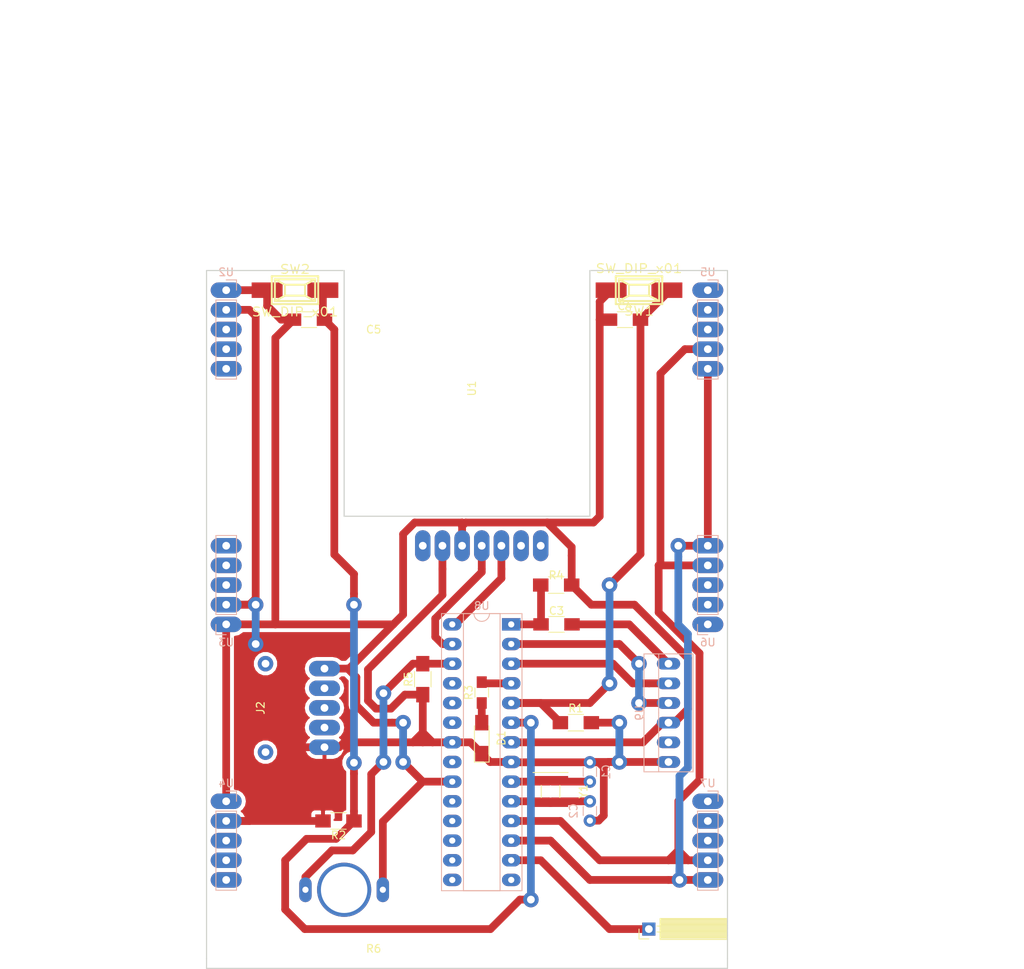
<source format=kicad_pcb>
(kicad_pcb (version 4) (host pcbnew 4.0.6)

  (general
    (links 54)
    (no_connects 0)
    (area 82.320001 12.54 218.67 137.235001)
    (thickness 1.6)
    (drawings 26)
    (tracks 242)
    (zones 0)
    (modules 26)
    (nets 19)
  )

  (page A4)
  (layers
    (0 F.Cu signal)
    (31 B.Cu signal)
    (32 B.Adhes user)
    (33 F.Adhes user)
    (34 B.Paste user hide)
    (35 F.Paste user hide)
    (36 B.SilkS user hide)
    (37 F.SilkS user)
    (38 B.Mask user)
    (39 F.Mask user hide)
    (40 Dwgs.User user)
    (41 Cmts.User user)
    (42 Eco1.User user)
    (43 Eco2.User user)
    (44 Edge.Cuts user)
    (45 Margin user)
    (46 B.CrtYd user)
    (47 F.CrtYd user)
    (48 B.Fab user)
    (49 F.Fab user)
  )

  (setup
    (last_trace_width 1)
    (user_trace_width 1)
    (user_trace_width 1.2)
    (user_trace_width 1.6)
    (user_trace_width 1.8)
    (trace_clearance 0.5)
    (zone_clearance 0.5)
    (zone_45_only no)
    (trace_min 0.5)
    (segment_width 0.2)
    (edge_width 0.15)
    (via_size 2)
    (via_drill 1)
    (via_min_size 0.4)
    (via_min_drill 0.3)
    (uvia_size 0.3)
    (uvia_drill 0.1)
    (uvias_allowed no)
    (uvia_min_size 0.2)
    (uvia_min_drill 0.1)
    (pcb_text_width 0.3)
    (pcb_text_size 1.5 1.5)
    (mod_edge_width 0.15)
    (mod_text_size 1 1)
    (mod_text_width 0.15)
    (pad_size 1.6 3.2)
    (pad_drill 0.8)
    (pad_to_mask_clearance 0.2)
    (aux_axis_origin 106.68 44.45)
    (visible_elements 7FFFFFFF)
    (pcbplotparams
      (layerselection 0x01800_00000001)
      (usegerberextensions false)
      (excludeedgelayer true)
      (linewidth 0.100000)
      (plotframeref false)
      (viasonmask false)
      (mode 1)
      (useauxorigin true)
      (hpglpennumber 1)
      (hpglpenspeed 20)
      (hpglpendiameter 15)
      (hpglpenoverlay 2)
      (psnegative false)
      (psa4output false)
      (plotreference true)
      (plotvalue true)
      (plotinvisibletext false)
      (padsonsilk false)
      (subtractmaskfromsilk false)
      (outputformat 1)
      (mirror false)
      (drillshape 0)
      (scaleselection 1)
      (outputdirectory gerber))
  )

  (net 0 "")
  (net 1 MAX_IN)
  (net 2 LATCH)
  (net 3 CLK)
  (net 4 SDA)
  (net 5 SCL)
  (net 6 VCC)
  (net 7 GND)
  (net 8 OSC1)
  (net 9 OSC2)
  (net 10 RESET)
  (net 11 SW1)
  (net 12 SW2)
  (net 13 "Net-(D1-Pad2)")
  (net 14 LED)
  (net 15 RX)
  (net 16 TX)
  (net 17 DTR)
  (net 18 PHOTO)

  (net_class Default "Dies ist die voreingestellte Netzklasse."
    (clearance 0.5)
    (trace_width 1)
    (via_dia 2)
    (via_drill 1)
    (uvia_dia 0.3)
    (uvia_drill 0.1)
    (add_net CLK)
    (add_net DTR)
    (add_net GND)
    (add_net LATCH)
    (add_net LED)
    (add_net MAX_IN)
    (add_net "Net-(D1-Pad2)")
    (add_net OSC1)
    (add_net OSC2)
    (add_net PHOTO)
    (add_net RESET)
    (add_net RX)
    (add_net SCL)
    (add_net SDA)
    (add_net SW1)
    (add_net SW2)
    (add_net TX)
    (add_net VCC)
  )

  (net_class 1mm ""
    (clearance 0.5)
    (trace_width 1)
    (via_dia 2)
    (via_drill 1)
    (uvia_dia 0.3)
    (uvia_drill 0.1)
  )

  (module Socket_Strips:Socket_Strip_Angled_1x01_Pitch2.54mm (layer F.Cu) (tedit 597DE67D) (tstamp 597C5703)
    (at 166.37 132.08 180)
    (descr "Through hole angled socket strip, 1x01, 2.54mm pitch, 8.51mm socket length, single row")
    (tags "Through hole angled socket strip THT 1x01 2.54mm single row")
    (path /597B8EB0)
    (fp_text reference J1 (at -4.38 -2.27 180) (layer F.SilkS) hide
      (effects (font (size 1 1) (thickness 0.15)))
    )
    (fp_text value CONN_01X01_MALE (at -4.38 2.27 180) (layer F.Fab)
      (effects (font (size 1 1) (thickness 0.15)))
    )
    (fp_line (start -1.52 -1.27) (end -1.52 1.27) (layer F.Fab) (width 0.1))
    (fp_line (start -1.52 1.27) (end -10.03 1.27) (layer F.Fab) (width 0.1))
    (fp_line (start -10.03 1.27) (end -10.03 -1.27) (layer F.Fab) (width 0.1))
    (fp_line (start -10.03 -1.27) (end -1.52 -1.27) (layer F.Fab) (width 0.1))
    (fp_line (start 0 -0.32) (end 0 0.32) (layer F.Fab) (width 0.1))
    (fp_line (start 0 0.32) (end -1.52 0.32) (layer F.Fab) (width 0.1))
    (fp_line (start -1.52 0.32) (end -1.52 -0.32) (layer F.Fab) (width 0.1))
    (fp_line (start -1.52 -0.32) (end 0 -0.32) (layer F.Fab) (width 0.1))
    (fp_line (start -1.46 -1.33) (end -1.46 1.33) (layer F.SilkS) (width 0.12))
    (fp_line (start -1.46 1.33) (end -10.09 1.33) (layer F.SilkS) (width 0.12))
    (fp_line (start -10.09 1.33) (end -10.09 -1.33) (layer F.SilkS) (width 0.12))
    (fp_line (start -10.09 -1.33) (end -1.46 -1.33) (layer F.SilkS) (width 0.12))
    (fp_line (start -1.46 -1.33) (end -1.46 1.27) (layer F.SilkS) (width 0.12))
    (fp_line (start -1.46 1.27) (end -10.09 1.27) (layer F.SilkS) (width 0.12))
    (fp_line (start -10.09 1.27) (end -10.09 -1.33) (layer F.SilkS) (width 0.12))
    (fp_line (start -10.09 -1.33) (end -1.46 -1.33) (layer F.SilkS) (width 0.12))
    (fp_line (start -1.03 -0.38) (end -1.46 -0.38) (layer F.SilkS) (width 0.12))
    (fp_line (start -1.03 0.38) (end -1.46 0.38) (layer F.SilkS) (width 0.12))
    (fp_line (start -1.46 -1.15) (end -10.09 -1.15) (layer F.SilkS) (width 0.12))
    (fp_line (start -1.46 -1.03) (end -10.09 -1.03) (layer F.SilkS) (width 0.12))
    (fp_line (start -1.46 -0.91) (end -10.09 -0.91) (layer F.SilkS) (width 0.12))
    (fp_line (start -1.46 -0.79) (end -10.09 -0.79) (layer F.SilkS) (width 0.12))
    (fp_line (start -1.46 -0.67) (end -10.09 -0.67) (layer F.SilkS) (width 0.12))
    (fp_line (start -1.46 -0.55) (end -10.09 -0.55) (layer F.SilkS) (width 0.12))
    (fp_line (start -1.46 -0.43) (end -10.09 -0.43) (layer F.SilkS) (width 0.12))
    (fp_line (start -1.46 -0.31) (end -10.09 -0.31) (layer F.SilkS) (width 0.12))
    (fp_line (start -1.46 -0.19) (end -10.09 -0.19) (layer F.SilkS) (width 0.12))
    (fp_line (start -1.46 -0.07) (end -10.09 -0.07) (layer F.SilkS) (width 0.12))
    (fp_line (start -1.46 0.05) (end -10.09 0.05) (layer F.SilkS) (width 0.12))
    (fp_line (start -1.46 0.17) (end -10.09 0.17) (layer F.SilkS) (width 0.12))
    (fp_line (start -1.46 0.29) (end -10.09 0.29) (layer F.SilkS) (width 0.12))
    (fp_line (start -1.46 0.41) (end -10.09 0.41) (layer F.SilkS) (width 0.12))
    (fp_line (start -1.46 0.53) (end -10.09 0.53) (layer F.SilkS) (width 0.12))
    (fp_line (start -1.46 0.65) (end -10.09 0.65) (layer F.SilkS) (width 0.12))
    (fp_line (start -1.46 0.77) (end -10.09 0.77) (layer F.SilkS) (width 0.12))
    (fp_line (start -1.46 0.89) (end -10.09 0.89) (layer F.SilkS) (width 0.12))
    (fp_line (start -1.46 1.01) (end -10.09 1.01) (layer F.SilkS) (width 0.12))
    (fp_line (start -1.46 1.13) (end -10.09 1.13) (layer F.SilkS) (width 0.12))
    (fp_line (start -1.46 1.25) (end -10.09 1.25) (layer F.SilkS) (width 0.12))
    (fp_line (start -1.46 1.37) (end -10.09 1.37) (layer F.SilkS) (width 0.12))
    (fp_line (start 0 -1.27) (end 1.27 -1.27) (layer F.SilkS) (width 0.12))
    (fp_line (start 1.27 -1.27) (end 1.27 0) (layer F.SilkS) (width 0.12))
    (fp_line (start 1.8 -1.8) (end 1.8 1.8) (layer F.CrtYd) (width 0.05))
    (fp_line (start 1.8 1.8) (end -10.55 1.8) (layer F.CrtYd) (width 0.05))
    (fp_line (start -10.55 1.8) (end -10.55 -1.8) (layer F.CrtYd) (width 0.05))
    (fp_line (start -10.55 -1.8) (end 1.8 -1.8) (layer F.CrtYd) (width 0.05))
    (fp_text user %R (at -4.38 -2.27 180) (layer F.Fab) hide
      (effects (font (size 1 1) (thickness 0.15)))
    )
    (pad 1 thru_hole rect (at 0 0 180) (size 1.7 1.7) (drill 1) (layers *.Cu *.Mask)
      (net 1 MAX_IN))
    (model ${KISYS3DMOD}/Socket_Strips.3dshapes/Socket_Strip_Angled_1x01_Pitch2.54mm.wrl
      (at (xyz 0 0 0))
      (scale (xyz 1 1 1))
      (rotate (xyz 0 0 270))
    )
  )

  (module Socket_Strips:Socket_Strip_Straight_1x05_Pitch2.54mm (layer B.Cu) (tedit 58CD5446) (tstamp 597C571C)
    (at 111.76 49.53 180)
    (descr "Through hole straight socket strip, 1x05, 2.54mm pitch, single row")
    (tags "Through hole socket strip THT 1x05 2.54mm single row")
    (path /596A2A6D)
    (fp_text reference U2 (at 0 2.33 180) (layer B.SilkS)
      (effects (font (size 1 1) (thickness 0.15)) (justify mirror))
    )
    (fp_text value MAX7219_IN (at 0 -12.49 180) (layer B.Fab)
      (effects (font (size 1 1) (thickness 0.15)) (justify mirror))
    )
    (fp_line (start -1.27 1.27) (end -1.27 -11.43) (layer B.Fab) (width 0.1))
    (fp_line (start -1.27 -11.43) (end 1.27 -11.43) (layer B.Fab) (width 0.1))
    (fp_line (start 1.27 -11.43) (end 1.27 1.27) (layer B.Fab) (width 0.1))
    (fp_line (start 1.27 1.27) (end -1.27 1.27) (layer B.Fab) (width 0.1))
    (fp_line (start -1.33 -1.27) (end -1.33 -11.49) (layer B.SilkS) (width 0.12))
    (fp_line (start -1.33 -11.49) (end 1.33 -11.49) (layer B.SilkS) (width 0.12))
    (fp_line (start 1.33 -11.49) (end 1.33 -1.27) (layer B.SilkS) (width 0.12))
    (fp_line (start 1.33 -1.27) (end -1.33 -1.27) (layer B.SilkS) (width 0.12))
    (fp_line (start -1.33 0) (end -1.33 1.33) (layer B.SilkS) (width 0.12))
    (fp_line (start -1.33 1.33) (end 0 1.33) (layer B.SilkS) (width 0.12))
    (fp_line (start -1.8 1.8) (end -1.8 -11.95) (layer B.CrtYd) (width 0.05))
    (fp_line (start -1.8 -11.95) (end 1.8 -11.95) (layer B.CrtYd) (width 0.05))
    (fp_line (start 1.8 -11.95) (end 1.8 1.8) (layer B.CrtYd) (width 0.05))
    (fp_line (start 1.8 1.8) (end -1.8 1.8) (layer B.CrtYd) (width 0.05))
    (fp_text user %R (at 0 2.33 180) (layer B.Fab)
      (effects (font (size 1 1) (thickness 0.15)) (justify mirror))
    )
    (pad 1 thru_hole oval (at 0 0 180) (size 4 2) (drill 1) (layers *.Cu *.Mask)
      (net 6 VCC))
    (pad 2 thru_hole oval (at 0 -2.54 180) (size 4 2) (drill 1) (layers *.Cu *.Mask)
      (net 7 GND))
    (pad 3 thru_hole oval (at 0 -5.08 180) (size 4 2) (drill 1) (layers *.Cu *.Mask))
    (pad 4 thru_hole oval (at 0 -7.62 180) (size 4 2) (drill 1) (layers *.Cu *.Mask))
    (pad 5 thru_hole oval (at 0 -10.16 180) (size 4 2) (drill 1) (layers *.Cu *.Mask))
    (model ${KISYS3DMOD}/Socket_Strips.3dshapes/Socket_Strip_Straight_1x05_Pitch2.54mm.wrl
      (at (xyz 0 -0.2 0))
      (scale (xyz 1 1 1))
      (rotate (xyz 0 0 270))
    )
  )

  (module Socket_Strips:Socket_Strip_Straight_1x05_Pitch2.54mm (layer B.Cu) (tedit 58CD5446) (tstamp 597C5725)
    (at 111.76 92.71)
    (descr "Through hole straight socket strip, 1x05, 2.54mm pitch, single row")
    (tags "Through hole socket strip THT 1x05 2.54mm single row")
    (path /597B8DED)
    (fp_text reference U3 (at 0 2.33) (layer B.SilkS)
      (effects (font (size 1 1) (thickness 0.15)) (justify mirror))
    )
    (fp_text value MAX7219_IN (at 0 -12.49) (layer B.Fab)
      (effects (font (size 1 1) (thickness 0.15)) (justify mirror))
    )
    (fp_line (start -1.27 1.27) (end -1.27 -11.43) (layer B.Fab) (width 0.1))
    (fp_line (start -1.27 -11.43) (end 1.27 -11.43) (layer B.Fab) (width 0.1))
    (fp_line (start 1.27 -11.43) (end 1.27 1.27) (layer B.Fab) (width 0.1))
    (fp_line (start 1.27 1.27) (end -1.27 1.27) (layer B.Fab) (width 0.1))
    (fp_line (start -1.33 -1.27) (end -1.33 -11.49) (layer B.SilkS) (width 0.12))
    (fp_line (start -1.33 -11.49) (end 1.33 -11.49) (layer B.SilkS) (width 0.12))
    (fp_line (start 1.33 -11.49) (end 1.33 -1.27) (layer B.SilkS) (width 0.12))
    (fp_line (start 1.33 -1.27) (end -1.33 -1.27) (layer B.SilkS) (width 0.12))
    (fp_line (start -1.33 0) (end -1.33 1.33) (layer B.SilkS) (width 0.12))
    (fp_line (start -1.33 1.33) (end 0 1.33) (layer B.SilkS) (width 0.12))
    (fp_line (start -1.8 1.8) (end -1.8 -11.95) (layer B.CrtYd) (width 0.05))
    (fp_line (start -1.8 -11.95) (end 1.8 -11.95) (layer B.CrtYd) (width 0.05))
    (fp_line (start 1.8 -11.95) (end 1.8 1.8) (layer B.CrtYd) (width 0.05))
    (fp_line (start 1.8 1.8) (end -1.8 1.8) (layer B.CrtYd) (width 0.05))
    (fp_text user %R (at 0 2.33) (layer B.Fab)
      (effects (font (size 1 1) (thickness 0.15)) (justify mirror))
    )
    (pad 1 thru_hole oval (at 0 0) (size 4 2) (drill 1) (layers *.Cu *.Mask)
      (net 6 VCC))
    (pad 2 thru_hole oval (at 0 -2.54) (size 4 2) (drill 1) (layers *.Cu *.Mask)
      (net 7 GND))
    (pad 3 thru_hole oval (at 0 -5.08) (size 4 2) (drill 1) (layers *.Cu *.Mask))
    (pad 4 thru_hole oval (at 0 -7.62) (size 4 2) (drill 1) (layers *.Cu *.Mask))
    (pad 5 thru_hole oval (at 0 -10.16) (size 4 2) (drill 1) (layers *.Cu *.Mask))
    (model ${KISYS3DMOD}/Socket_Strips.3dshapes/Socket_Strip_Straight_1x05_Pitch2.54mm.wrl
      (at (xyz 0 -0.2 0))
      (scale (xyz 1 1 1))
      (rotate (xyz 0 0 270))
    )
  )

  (module Socket_Strips:Socket_Strip_Straight_1x05_Pitch2.54mm (layer B.Cu) (tedit 58CD5446) (tstamp 597C572E)
    (at 111.76 115.57 180)
    (descr "Through hole straight socket strip, 1x05, 2.54mm pitch, single row")
    (tags "Through hole socket strip THT 1x05 2.54mm single row")
    (path /597B8E78)
    (fp_text reference U4 (at 0 2.33 180) (layer B.SilkS)
      (effects (font (size 1 1) (thickness 0.15)) (justify mirror))
    )
    (fp_text value MAX7219_IN (at 0 -12.49 180) (layer B.Fab)
      (effects (font (size 1 1) (thickness 0.15)) (justify mirror))
    )
    (fp_line (start -1.27 1.27) (end -1.27 -11.43) (layer B.Fab) (width 0.1))
    (fp_line (start -1.27 -11.43) (end 1.27 -11.43) (layer B.Fab) (width 0.1))
    (fp_line (start 1.27 -11.43) (end 1.27 1.27) (layer B.Fab) (width 0.1))
    (fp_line (start 1.27 1.27) (end -1.27 1.27) (layer B.Fab) (width 0.1))
    (fp_line (start -1.33 -1.27) (end -1.33 -11.49) (layer B.SilkS) (width 0.12))
    (fp_line (start -1.33 -11.49) (end 1.33 -11.49) (layer B.SilkS) (width 0.12))
    (fp_line (start 1.33 -11.49) (end 1.33 -1.27) (layer B.SilkS) (width 0.12))
    (fp_line (start 1.33 -1.27) (end -1.33 -1.27) (layer B.SilkS) (width 0.12))
    (fp_line (start -1.33 0) (end -1.33 1.33) (layer B.SilkS) (width 0.12))
    (fp_line (start -1.33 1.33) (end 0 1.33) (layer B.SilkS) (width 0.12))
    (fp_line (start -1.8 1.8) (end -1.8 -11.95) (layer B.CrtYd) (width 0.05))
    (fp_line (start -1.8 -11.95) (end 1.8 -11.95) (layer B.CrtYd) (width 0.05))
    (fp_line (start 1.8 -11.95) (end 1.8 1.8) (layer B.CrtYd) (width 0.05))
    (fp_line (start 1.8 1.8) (end -1.8 1.8) (layer B.CrtYd) (width 0.05))
    (fp_text user %R (at 0 2.33 180) (layer B.Fab)
      (effects (font (size 1 1) (thickness 0.15)) (justify mirror))
    )
    (pad 1 thru_hole oval (at 0 0 180) (size 4 2) (drill 1) (layers *.Cu *.Mask)
      (net 6 VCC))
    (pad 2 thru_hole oval (at 0 -2.54 180) (size 4 2) (drill 1) (layers *.Cu *.Mask)
      (net 7 GND))
    (pad 3 thru_hole oval (at 0 -5.08 180) (size 4 2) (drill 1) (layers *.Cu *.Mask))
    (pad 4 thru_hole oval (at 0 -7.62 180) (size 4 2) (drill 1) (layers *.Cu *.Mask))
    (pad 5 thru_hole oval (at 0 -10.16 180) (size 4 2) (drill 1) (layers *.Cu *.Mask))
    (model ${KISYS3DMOD}/Socket_Strips.3dshapes/Socket_Strip_Straight_1x05_Pitch2.54mm.wrl
      (at (xyz 0 -0.2 0))
      (scale (xyz 1 1 1))
      (rotate (xyz 0 0 270))
    )
  )

  (module Socket_Strips:Socket_Strip_Straight_1x05_Pitch2.54mm (layer B.Cu) (tedit 597C7995) (tstamp 597C5737)
    (at 173.99 49.53 180)
    (descr "Through hole straight socket strip, 1x05, 2.54mm pitch, single row")
    (tags "Through hole socket strip THT 1x05 2.54mm single row")
    (path /597B8E8D)
    (fp_text reference U5 (at 0 2.33 180) (layer B.SilkS)
      (effects (font (size 1 1) (thickness 0.15)) (justify mirror))
    )
    (fp_text value MAX7219_IN (at 0 -12.49 180) (layer B.Fab)
      (effects (font (size 1 1) (thickness 0.15)) (justify mirror))
    )
    (fp_line (start -1.27 1.27) (end -1.27 -11.43) (layer B.Fab) (width 0.1))
    (fp_line (start -1.27 -11.43) (end 1.27 -11.43) (layer B.Fab) (width 0.1))
    (fp_line (start 1.27 -11.43) (end 1.27 1.27) (layer B.Fab) (width 0.1))
    (fp_line (start 1.27 1.27) (end -1.27 1.27) (layer B.Fab) (width 0.1))
    (fp_line (start -1.33 -1.27) (end -1.33 -11.49) (layer B.SilkS) (width 0.12))
    (fp_line (start -1.33 -11.49) (end 1.33 -11.49) (layer B.SilkS) (width 0.12))
    (fp_line (start 1.33 -11.49) (end 1.33 -1.27) (layer B.SilkS) (width 0.12))
    (fp_line (start 1.33 -1.27) (end -1.33 -1.27) (layer B.SilkS) (width 0.12))
    (fp_line (start -1.33 0) (end -1.33 1.33) (layer B.SilkS) (width 0.12))
    (fp_line (start -1.33 1.33) (end 0 1.33) (layer B.SilkS) (width 0.12))
    (fp_line (start -1.8 1.8) (end -1.8 -11.95) (layer B.CrtYd) (width 0.05))
    (fp_line (start -1.8 -11.95) (end 1.8 -11.95) (layer B.CrtYd) (width 0.05))
    (fp_line (start 1.8 -11.95) (end 1.8 1.8) (layer B.CrtYd) (width 0.05))
    (fp_line (start 1.8 1.8) (end -1.8 1.8) (layer B.CrtYd) (width 0.05))
    (fp_text user %R (at 0 2.33 180) (layer B.Fab)
      (effects (font (size 1 1) (thickness 0.15)) (justify mirror))
    )
    (pad 1 thru_hole oval (at 0 0 180) (size 4 2) (drill 1) (layers *.Cu *.Mask))
    (pad 2 thru_hole oval (at 0 -2.54 180) (size 4 2) (drill 1) (layers *.Cu *.Mask))
    (pad 3 thru_hole oval (at 0 -5.08 180) (size 4 2) (drill 1) (layers *.Cu *.Mask))
    (pad 4 thru_hole oval (at 0 -7.62 180) (size 4 2) (drill 1) (layers *.Cu *.Mask)
      (net 2 LATCH))
    (pad 5 thru_hole oval (at 0 -10.16 180) (size 4 2) (drill 1) (layers *.Cu *.Mask)
      (net 3 CLK))
    (model ${KISYS3DMOD}/Socket_Strips.3dshapes/Socket_Strip_Straight_1x05_Pitch2.54mm.wrl
      (at (xyz 0 -0.2 0))
      (scale (xyz 1 1 1))
      (rotate (xyz 0 0 270))
    )
  )

  (module Socket_Strips:Socket_Strip_Straight_1x05_Pitch2.54mm (layer B.Cu) (tedit 58CD5446) (tstamp 597C607C)
    (at 173.99 92.71)
    (descr "Through hole straight socket strip, 1x05, 2.54mm pitch, single row")
    (tags "Through hole socket strip THT 1x05 2.54mm single row")
    (path /597C60B3)
    (fp_text reference U6 (at 0 2.33) (layer B.SilkS)
      (effects (font (size 1 1) (thickness 0.15)) (justify mirror))
    )
    (fp_text value MAX7219_IN (at 0 -12.49) (layer B.Fab)
      (effects (font (size 1 1) (thickness 0.15)) (justify mirror))
    )
    (fp_line (start -1.27 1.27) (end -1.27 -11.43) (layer B.Fab) (width 0.1))
    (fp_line (start -1.27 -11.43) (end 1.27 -11.43) (layer B.Fab) (width 0.1))
    (fp_line (start 1.27 -11.43) (end 1.27 1.27) (layer B.Fab) (width 0.1))
    (fp_line (start 1.27 1.27) (end -1.27 1.27) (layer B.Fab) (width 0.1))
    (fp_line (start -1.33 -1.27) (end -1.33 -11.49) (layer B.SilkS) (width 0.12))
    (fp_line (start -1.33 -11.49) (end 1.33 -11.49) (layer B.SilkS) (width 0.12))
    (fp_line (start 1.33 -11.49) (end 1.33 -1.27) (layer B.SilkS) (width 0.12))
    (fp_line (start 1.33 -1.27) (end -1.33 -1.27) (layer B.SilkS) (width 0.12))
    (fp_line (start -1.33 0) (end -1.33 1.33) (layer B.SilkS) (width 0.12))
    (fp_line (start -1.33 1.33) (end 0 1.33) (layer B.SilkS) (width 0.12))
    (fp_line (start -1.8 1.8) (end -1.8 -11.95) (layer B.CrtYd) (width 0.05))
    (fp_line (start -1.8 -11.95) (end 1.8 -11.95) (layer B.CrtYd) (width 0.05))
    (fp_line (start 1.8 -11.95) (end 1.8 1.8) (layer B.CrtYd) (width 0.05))
    (fp_line (start 1.8 1.8) (end -1.8 1.8) (layer B.CrtYd) (width 0.05))
    (fp_text user %R (at 0 2.33) (layer B.Fab)
      (effects (font (size 1 1) (thickness 0.15)) (justify mirror))
    )
    (pad 1 thru_hole oval (at 0 0) (size 4 2) (drill 1) (layers *.Cu *.Mask))
    (pad 2 thru_hole oval (at 0 -2.54) (size 4 2) (drill 1) (layers *.Cu *.Mask))
    (pad 3 thru_hole oval (at 0 -5.08) (size 4 2) (drill 1) (layers *.Cu *.Mask))
    (pad 4 thru_hole oval (at 0 -7.62) (size 4 2) (drill 1) (layers *.Cu *.Mask)
      (net 2 LATCH))
    (pad 5 thru_hole oval (at 0 -10.16) (size 4 2) (drill 1) (layers *.Cu *.Mask)
      (net 3 CLK))
    (model ${KISYS3DMOD}/Socket_Strips.3dshapes/Socket_Strip_Straight_1x05_Pitch2.54mm.wrl
      (at (xyz 0 -0.2 0))
      (scale (xyz 1 1 1))
      (rotate (xyz 0 0 270))
    )
  )

  (module Socket_Strips:Socket_Strip_Straight_1x05_Pitch2.54mm (layer B.Cu) (tedit 58CD5446) (tstamp 597C6085)
    (at 173.99 115.57 180)
    (descr "Through hole straight socket strip, 1x05, 2.54mm pitch, single row")
    (tags "Through hole socket strip THT 1x05 2.54mm single row")
    (path /597C60C8)
    (fp_text reference U7 (at 0 2.33 180) (layer B.SilkS)
      (effects (font (size 1 1) (thickness 0.15)) (justify mirror))
    )
    (fp_text value MAX7219_IN (at 0 -12.49 180) (layer B.Fab)
      (effects (font (size 1 1) (thickness 0.15)) (justify mirror))
    )
    (fp_line (start -1.27 1.27) (end -1.27 -11.43) (layer B.Fab) (width 0.1))
    (fp_line (start -1.27 -11.43) (end 1.27 -11.43) (layer B.Fab) (width 0.1))
    (fp_line (start 1.27 -11.43) (end 1.27 1.27) (layer B.Fab) (width 0.1))
    (fp_line (start 1.27 1.27) (end -1.27 1.27) (layer B.Fab) (width 0.1))
    (fp_line (start -1.33 -1.27) (end -1.33 -11.49) (layer B.SilkS) (width 0.12))
    (fp_line (start -1.33 -11.49) (end 1.33 -11.49) (layer B.SilkS) (width 0.12))
    (fp_line (start 1.33 -11.49) (end 1.33 -1.27) (layer B.SilkS) (width 0.12))
    (fp_line (start 1.33 -1.27) (end -1.33 -1.27) (layer B.SilkS) (width 0.12))
    (fp_line (start -1.33 0) (end -1.33 1.33) (layer B.SilkS) (width 0.12))
    (fp_line (start -1.33 1.33) (end 0 1.33) (layer B.SilkS) (width 0.12))
    (fp_line (start -1.8 1.8) (end -1.8 -11.95) (layer B.CrtYd) (width 0.05))
    (fp_line (start -1.8 -11.95) (end 1.8 -11.95) (layer B.CrtYd) (width 0.05))
    (fp_line (start 1.8 -11.95) (end 1.8 1.8) (layer B.CrtYd) (width 0.05))
    (fp_line (start 1.8 1.8) (end -1.8 1.8) (layer B.CrtYd) (width 0.05))
    (fp_text user %R (at 0 2.33 180) (layer B.Fab)
      (effects (font (size 1 1) (thickness 0.15)) (justify mirror))
    )
    (pad 1 thru_hole oval (at 0 0 180) (size 4 2) (drill 1) (layers *.Cu *.Mask))
    (pad 2 thru_hole oval (at 0 -2.54 180) (size 4 2) (drill 1) (layers *.Cu *.Mask))
    (pad 3 thru_hole oval (at 0 -5.08 180) (size 4 2) (drill 1) (layers *.Cu *.Mask))
    (pad 4 thru_hole oval (at 0 -7.62 180) (size 4 2) (drill 1) (layers *.Cu *.Mask)
      (net 2 LATCH))
    (pad 5 thru_hole oval (at 0 -10.16 180) (size 4 2) (drill 1) (layers *.Cu *.Mask)
      (net 3 CLK))
    (model ${KISYS3DMOD}/Socket_Strips.3dshapes/Socket_Strip_Straight_1x05_Pitch2.54mm.wrl
      (at (xyz 0 -0.2 0))
      (scale (xyz 1 1 1))
      (rotate (xyz 0 0 270))
    )
  )

  (module Capacitors_THT:C_Disc_D3.0mm_W1.6mm_P2.50mm (layer B.Cu) (tedit 597BC7C2) (tstamp 598F1986)
    (at 158.75 113.03 90)
    (descr "C, Disc series, Radial, pin pitch=2.50mm, , diameter*width=3.0*1.6mm^2, Capacitor, http://www.vishay.com/docs/45233/krseries.pdf")
    (tags "C Disc series Radial pin pitch 2.50mm  diameter 3.0mm width 1.6mm Capacitor")
    (path /598E090A)
    (fp_text reference C1 (at 1.25 2.11 90) (layer B.SilkS)
      (effects (font (size 1 1) (thickness 0.15)) (justify mirror))
    )
    (fp_text value 22pF (at 1.25 -2.11 90) (layer B.Fab)
      (effects (font (size 1 1) (thickness 0.15)) (justify mirror))
    )
    (fp_line (start -0.25 0.8) (end -0.25 -0.8) (layer B.Fab) (width 0.1))
    (fp_line (start -0.25 -0.8) (end 2.75 -0.8) (layer B.Fab) (width 0.1))
    (fp_line (start 2.75 -0.8) (end 2.75 0.8) (layer B.Fab) (width 0.1))
    (fp_line (start 2.75 0.8) (end -0.25 0.8) (layer B.Fab) (width 0.1))
    (fp_line (start 0.663 0.861) (end 1.837 0.861) (layer B.SilkS) (width 0.12))
    (fp_line (start 0.663 -0.861) (end 1.837 -0.861) (layer B.SilkS) (width 0.12))
    (fp_line (start -1.05 1.15) (end -1.05 -1.15) (layer B.CrtYd) (width 0.05))
    (fp_line (start -1.05 -1.15) (end 3.55 -1.15) (layer B.CrtYd) (width 0.05))
    (fp_line (start 3.55 -1.15) (end 3.55 1.15) (layer B.CrtYd) (width 0.05))
    (fp_line (start 3.55 1.15) (end -1.05 1.15) (layer B.CrtYd) (width 0.05))
    (fp_text user %R (at 1.25 0 90) (layer B.Fab)
      (effects (font (size 1 1) (thickness 0.15)) (justify mirror))
    )
    (pad 1 thru_hole circle (at 0 0 90) (size 1.6 1.6) (drill 0.8) (layers *.Cu *.Mask)
      (net 8 OSC1))
    (pad 2 thru_hole circle (at 2.5 0 90) (size 1.6 1.6) (drill 0.8) (layers *.Cu *.Mask)
      (net 7 GND))
    (model ${KISYS3DMOD}/Capacitors_THT.3dshapes/C_Disc_D3.0mm_W1.6mm_P2.50mm.wrl
      (at (xyz 0 0 0))
      (scale (xyz 0.4 0.4 0.4))
      (rotate (xyz 0 0 0))
    )
  )

  (module Capacitors_THT:C_Disc_D3.0mm_W1.6mm_P2.50mm (layer B.Cu) (tedit 597BC7C2) (tstamp 598F198C)
    (at 158.75 115.57 270)
    (descr "C, Disc series, Radial, pin pitch=2.50mm, , diameter*width=3.0*1.6mm^2, Capacitor, http://www.vishay.com/docs/45233/krseries.pdf")
    (tags "C Disc series Radial pin pitch 2.50mm  diameter 3.0mm width 1.6mm Capacitor")
    (path /598E0A25)
    (fp_text reference C2 (at 1.25 2.11 270) (layer B.SilkS)
      (effects (font (size 1 1) (thickness 0.15)) (justify mirror))
    )
    (fp_text value 22pF (at 1.25 -2.11 270) (layer B.Fab)
      (effects (font (size 1 1) (thickness 0.15)) (justify mirror))
    )
    (fp_line (start -0.25 0.8) (end -0.25 -0.8) (layer B.Fab) (width 0.1))
    (fp_line (start -0.25 -0.8) (end 2.75 -0.8) (layer B.Fab) (width 0.1))
    (fp_line (start 2.75 -0.8) (end 2.75 0.8) (layer B.Fab) (width 0.1))
    (fp_line (start 2.75 0.8) (end -0.25 0.8) (layer B.Fab) (width 0.1))
    (fp_line (start 0.663 0.861) (end 1.837 0.861) (layer B.SilkS) (width 0.12))
    (fp_line (start 0.663 -0.861) (end 1.837 -0.861) (layer B.SilkS) (width 0.12))
    (fp_line (start -1.05 1.15) (end -1.05 -1.15) (layer B.CrtYd) (width 0.05))
    (fp_line (start -1.05 -1.15) (end 3.55 -1.15) (layer B.CrtYd) (width 0.05))
    (fp_line (start 3.55 -1.15) (end 3.55 1.15) (layer B.CrtYd) (width 0.05))
    (fp_line (start 3.55 1.15) (end -1.05 1.15) (layer B.CrtYd) (width 0.05))
    (fp_text user %R (at 1.25 0 270) (layer B.Fab)
      (effects (font (size 1 1) (thickness 0.15)) (justify mirror))
    )
    (pad 1 thru_hole circle (at 0 0 270) (size 1.6 1.6) (drill 0.8) (layers *.Cu *.Mask)
      (net 9 OSC2))
    (pad 2 thru_hole circle (at 2.5 0 270) (size 1.6 1.6) (drill 0.8) (layers *.Cu *.Mask)
      (net 7 GND))
    (model ${KISYS3DMOD}/Capacitors_THT.3dshapes/C_Disc_D3.0mm_W1.6mm_P2.50mm.wrl
      (at (xyz 0 0 0))
      (scale (xyz 0.4 0.4 0.4))
      (rotate (xyz 0 0 0))
    )
  )

  (module Capacitors_SMD:C_1206_HandSoldering (layer F.Cu) (tedit 58AA84D1) (tstamp 598F1998)
    (at 163.29 53.34)
    (descr "Capacitor SMD 1206, hand soldering")
    (tags "capacitor 1206")
    (path /598F6208)
    (attr smd)
    (fp_text reference C4 (at 0 -1.75) (layer F.SilkS)
      (effects (font (size 1 1) (thickness 0.15)))
    )
    (fp_text value 100nF (at 0 2) (layer F.Fab)
      (effects (font (size 1 1) (thickness 0.15)))
    )
    (fp_text user %R (at 0 -1.75) (layer F.Fab)
      (effects (font (size 1 1) (thickness 0.15)))
    )
    (fp_line (start -1.6 0.8) (end -1.6 -0.8) (layer F.Fab) (width 0.1))
    (fp_line (start 1.6 0.8) (end -1.6 0.8) (layer F.Fab) (width 0.1))
    (fp_line (start 1.6 -0.8) (end 1.6 0.8) (layer F.Fab) (width 0.1))
    (fp_line (start -1.6 -0.8) (end 1.6 -0.8) (layer F.Fab) (width 0.1))
    (fp_line (start 1 -1.02) (end -1 -1.02) (layer F.SilkS) (width 0.12))
    (fp_line (start -1 1.02) (end 1 1.02) (layer F.SilkS) (width 0.12))
    (fp_line (start -3.25 -1.05) (end 3.25 -1.05) (layer F.CrtYd) (width 0.05))
    (fp_line (start -3.25 -1.05) (end -3.25 1.05) (layer F.CrtYd) (width 0.05))
    (fp_line (start 3.25 1.05) (end 3.25 -1.05) (layer F.CrtYd) (width 0.05))
    (fp_line (start 3.25 1.05) (end -3.25 1.05) (layer F.CrtYd) (width 0.05))
    (pad 1 smd rect (at -2 0) (size 2 1.6) (layers F.Cu F.Paste F.Mask)
      (net 6 VCC))
    (pad 2 smd rect (at 2 0) (size 2 1.6) (layers F.Cu F.Paste F.Mask)
      (net 11 SW1))
    (model Capacitors_SMD.3dshapes/C_1206.wrl
      (at (xyz 0 0 0))
      (scale (xyz 1 1 1))
      (rotate (xyz 0 0 0))
    )
  )

  (module Capacitors_SMD:C_1206_HandSoldering (layer F.Cu) (tedit 58AA84D1) (tstamp 598F199E)
    (at 122.46 53.34 180)
    (descr "Capacitor SMD 1206, hand soldering")
    (tags "capacitor 1206")
    (path /598F6A52)
    (attr smd)
    (fp_text reference C5 (at -8.35 -1.27 180) (layer F.SilkS)
      (effects (font (size 1 1) (thickness 0.15)))
    )
    (fp_text value 100nF (at -7.08 1.27 180) (layer F.Fab)
      (effects (font (size 1 1) (thickness 0.15)))
    )
    (fp_text user %R (at -5.81 -1.27 180) (layer F.Fab)
      (effects (font (size 1 1) (thickness 0.15)))
    )
    (fp_line (start -1.6 0.8) (end -1.6 -0.8) (layer F.Fab) (width 0.1))
    (fp_line (start 1.6 0.8) (end -1.6 0.8) (layer F.Fab) (width 0.1))
    (fp_line (start 1.6 -0.8) (end 1.6 0.8) (layer F.Fab) (width 0.1))
    (fp_line (start -1.6 -0.8) (end 1.6 -0.8) (layer F.Fab) (width 0.1))
    (fp_line (start 1 -1.02) (end -1 -1.02) (layer F.SilkS) (width 0.12))
    (fp_line (start -1 1.02) (end 1 1.02) (layer F.SilkS) (width 0.12))
    (fp_line (start -3.25 -1.05) (end 3.25 -1.05) (layer F.CrtYd) (width 0.05))
    (fp_line (start -3.25 -1.05) (end -3.25 1.05) (layer F.CrtYd) (width 0.05))
    (fp_line (start 3.25 1.05) (end 3.25 -1.05) (layer F.CrtYd) (width 0.05))
    (fp_line (start 3.25 1.05) (end -3.25 1.05) (layer F.CrtYd) (width 0.05))
    (pad 1 smd rect (at -2 0 180) (size 2 1.6) (layers F.Cu F.Paste F.Mask)
      (net 12 SW2))
    (pad 2 smd rect (at 2 0 180) (size 2 1.6) (layers F.Cu F.Paste F.Mask)
      (net 6 VCC))
    (model Capacitors_SMD.3dshapes/C_1206.wrl
      (at (xyz 0 0 0))
      (scale (xyz 1 1 1))
      (rotate (xyz 0 0 0))
    )
  )

  (module LEDs:LED_1206_HandSoldering (layer F.Cu) (tedit 595FC724) (tstamp 598F19A4)
    (at 144.78 107.41 90)
    (descr "LED SMD 1206, hand soldering")
    (tags "LED 1206")
    (path /598F0345)
    (attr smd)
    (fp_text reference D1 (at 0 2.54 90) (layer F.SilkS)
      (effects (font (size 1 1) (thickness 0.15)))
    )
    (fp_text value LED (at 0 1.9 90) (layer F.Fab)
      (effects (font (size 1 1) (thickness 0.15)))
    )
    (fp_line (start -3.1 -0.95) (end -3.1 0.95) (layer F.SilkS) (width 0.12))
    (fp_line (start -0.4 0) (end 0.2 -0.4) (layer F.Fab) (width 0.1))
    (fp_line (start 0.2 -0.4) (end 0.2 0.4) (layer F.Fab) (width 0.1))
    (fp_line (start 0.2 0.4) (end -0.4 0) (layer F.Fab) (width 0.1))
    (fp_line (start -0.45 -0.4) (end -0.45 0.4) (layer F.Fab) (width 0.1))
    (fp_line (start -1.6 0.8) (end -1.6 -0.8) (layer F.Fab) (width 0.1))
    (fp_line (start 1.6 0.8) (end -1.6 0.8) (layer F.Fab) (width 0.1))
    (fp_line (start 1.6 -0.8) (end 1.6 0.8) (layer F.Fab) (width 0.1))
    (fp_line (start -1.6 -0.8) (end 1.6 -0.8) (layer F.Fab) (width 0.1))
    (fp_line (start -3.1 0.95) (end 1.6 0.95) (layer F.SilkS) (width 0.12))
    (fp_line (start -3.1 -0.95) (end 1.6 -0.95) (layer F.SilkS) (width 0.12))
    (fp_line (start -3.25 -1.11) (end 3.25 -1.11) (layer F.CrtYd) (width 0.05))
    (fp_line (start -3.25 -1.11) (end -3.25 1.1) (layer F.CrtYd) (width 0.05))
    (fp_line (start 3.25 1.1) (end 3.25 -1.11) (layer F.CrtYd) (width 0.05))
    (fp_line (start 3.25 1.1) (end -3.25 1.1) (layer F.CrtYd) (width 0.05))
    (pad 1 smd rect (at -2 0 90) (size 2 1.7) (layers F.Cu F.Paste F.Mask)
      (net 7 GND))
    (pad 2 smd rect (at 2 0 90) (size 2 1.7) (layers F.Cu F.Paste F.Mask)
      (net 13 "Net-(D1-Pad2)"))
    (model ${KISYS3DMOD}/LEDs.3dshapes/LED_1206.wrl
      (at (xyz 0 0 0))
      (scale (xyz 1 1 1))
      (rotate (xyz 0 0 180))
    )
  )

  (module Resistors_SMD:R_1206_HandSoldering (layer F.Cu) (tedit 58E0A804) (tstamp 598F19B9)
    (at 156.94 105.41)
    (descr "Resistor SMD 1206, hand soldering")
    (tags "resistor 1206")
    (path /598F638D)
    (attr smd)
    (fp_text reference R1 (at 0 -1.85) (layer F.SilkS)
      (effects (font (size 1 1) (thickness 0.15)))
    )
    (fp_text value 10k (at 0 1.9) (layer F.Fab)
      (effects (font (size 1 1) (thickness 0.15)))
    )
    (fp_text user %R (at 0 0) (layer F.Fab)
      (effects (font (size 0.7 0.7) (thickness 0.105)))
    )
    (fp_line (start -1.6 0.8) (end -1.6 -0.8) (layer F.Fab) (width 0.1))
    (fp_line (start 1.6 0.8) (end -1.6 0.8) (layer F.Fab) (width 0.1))
    (fp_line (start 1.6 -0.8) (end 1.6 0.8) (layer F.Fab) (width 0.1))
    (fp_line (start -1.6 -0.8) (end 1.6 -0.8) (layer F.Fab) (width 0.1))
    (fp_line (start 1 1.07) (end -1 1.07) (layer F.SilkS) (width 0.12))
    (fp_line (start -1 -1.07) (end 1 -1.07) (layer F.SilkS) (width 0.12))
    (fp_line (start -3.25 -1.11) (end 3.25 -1.11) (layer F.CrtYd) (width 0.05))
    (fp_line (start -3.25 -1.11) (end -3.25 1.1) (layer F.CrtYd) (width 0.05))
    (fp_line (start 3.25 1.1) (end 3.25 -1.11) (layer F.CrtYd) (width 0.05))
    (fp_line (start 3.25 1.1) (end -3.25 1.1) (layer F.CrtYd) (width 0.05))
    (pad 1 smd rect (at -2 0) (size 2 1.7) (layers F.Cu F.Paste F.Mask)
      (net 11 SW1))
    (pad 2 smd rect (at 2 0) (size 2 1.7) (layers F.Cu F.Paste F.Mask)
      (net 7 GND))
    (model ${KISYS3DMOD}/Resistors_SMD.3dshapes/R_1206.wrl
      (at (xyz 0 0 0))
      (scale (xyz 1 1 1))
      (rotate (xyz 0 0 0))
    )
  )

  (module Resistors_SMD:R_1206_HandSoldering (layer F.Cu) (tedit 58E0A804) (tstamp 598F19BF)
    (at 126.27 118.11 180)
    (descr "Resistor SMD 1206, hand soldering")
    (tags "resistor 1206")
    (path /598F6A5C)
    (attr smd)
    (fp_text reference R2 (at 0 -1.85 180) (layer F.SilkS)
      (effects (font (size 1 1) (thickness 0.15)))
    )
    (fp_text value 10k (at 0 1.9 180) (layer F.Fab)
      (effects (font (size 1 1) (thickness 0.15)))
    )
    (fp_text user %R (at 0 0 180) (layer F.Fab)
      (effects (font (size 0.7 0.7) (thickness 0.105)))
    )
    (fp_line (start -1.6 0.8) (end -1.6 -0.8) (layer F.Fab) (width 0.1))
    (fp_line (start 1.6 0.8) (end -1.6 0.8) (layer F.Fab) (width 0.1))
    (fp_line (start 1.6 -0.8) (end 1.6 0.8) (layer F.Fab) (width 0.1))
    (fp_line (start -1.6 -0.8) (end 1.6 -0.8) (layer F.Fab) (width 0.1))
    (fp_line (start 1 1.07) (end -1 1.07) (layer F.SilkS) (width 0.12))
    (fp_line (start -1 -1.07) (end 1 -1.07) (layer F.SilkS) (width 0.12))
    (fp_line (start -3.25 -1.11) (end 3.25 -1.11) (layer F.CrtYd) (width 0.05))
    (fp_line (start -3.25 -1.11) (end -3.25 1.1) (layer F.CrtYd) (width 0.05))
    (fp_line (start 3.25 1.1) (end 3.25 -1.11) (layer F.CrtYd) (width 0.05))
    (fp_line (start 3.25 1.1) (end -3.25 1.1) (layer F.CrtYd) (width 0.05))
    (pad 1 smd rect (at -2 0 180) (size 2 1.7) (layers F.Cu F.Paste F.Mask)
      (net 12 SW2))
    (pad 2 smd rect (at 2 0 180) (size 2 1.7) (layers F.Cu F.Paste F.Mask)
      (net 7 GND))
    (model ${KISYS3DMOD}/Resistors_SMD.3dshapes/R_1206.wrl
      (at (xyz 0 0 0))
      (scale (xyz 1 1 1))
      (rotate (xyz 0 0 0))
    )
  )

  (module Resistors_SMD:R_0805_HandSoldering (layer F.Cu) (tedit 58E0A804) (tstamp 598F19C5)
    (at 144.78 101.52 90)
    (descr "Resistor SMD 0805, hand soldering")
    (tags "resistor 0805")
    (path /598EFE16)
    (attr smd)
    (fp_text reference R3 (at 0 -1.7 90) (layer F.SilkS)
      (effects (font (size 1 1) (thickness 0.15)))
    )
    (fp_text value R_LED (at 0 1.75 90) (layer F.Fab)
      (effects (font (size 1 1) (thickness 0.15)))
    )
    (fp_text user %R (at 0 0 90) (layer F.Fab)
      (effects (font (size 0.5 0.5) (thickness 0.075)))
    )
    (fp_line (start -1 0.62) (end -1 -0.62) (layer F.Fab) (width 0.1))
    (fp_line (start 1 0.62) (end -1 0.62) (layer F.Fab) (width 0.1))
    (fp_line (start 1 -0.62) (end 1 0.62) (layer F.Fab) (width 0.1))
    (fp_line (start -1 -0.62) (end 1 -0.62) (layer F.Fab) (width 0.1))
    (fp_line (start 0.6 0.88) (end -0.6 0.88) (layer F.SilkS) (width 0.12))
    (fp_line (start -0.6 -0.88) (end 0.6 -0.88) (layer F.SilkS) (width 0.12))
    (fp_line (start -2.35 -0.9) (end 2.35 -0.9) (layer F.CrtYd) (width 0.05))
    (fp_line (start -2.35 -0.9) (end -2.35 0.9) (layer F.CrtYd) (width 0.05))
    (fp_line (start 2.35 0.9) (end 2.35 -0.9) (layer F.CrtYd) (width 0.05))
    (fp_line (start 2.35 0.9) (end -2.35 0.9) (layer F.CrtYd) (width 0.05))
    (pad 1 smd rect (at -1.35 0 90) (size 1.5 1.3) (layers F.Cu F.Paste F.Mask)
      (net 13 "Net-(D1-Pad2)"))
    (pad 2 smd rect (at 1.35 0 90) (size 1.5 1.3) (layers F.Cu F.Paste F.Mask)
      (net 14 LED))
    (model ${KISYS3DMOD}/Resistors_SMD.3dshapes/R_0805.wrl
      (at (xyz 0 0 0))
      (scale (xyz 1 1 1))
      (rotate (xyz 0 0 0))
    )
  )

  (module Housings_DIP:DIP-28_W7.62mm_Socket_LongPads (layer B.Cu) (tedit 598F1EB7) (tstamp 598F19F5)
    (at 148.59 92.71 180)
    (descr "28-lead dip package, row spacing 7.62 mm (300 mils), Socket, LongPads")
    (tags "DIL DIP PDIP 2.54mm 7.62mm 300mil Socket LongPads")
    (path /598DF1B2)
    (fp_text reference U8 (at 3.81 2.39 180) (layer B.SilkS)
      (effects (font (size 1 1) (thickness 0.15)) (justify mirror))
    )
    (fp_text value ATMEGA328P-PU (at 3.81 -35.41 180) (layer B.Fab)
      (effects (font (size 1 1) (thickness 0.15)) (justify mirror))
    )
    (fp_text user %R (at 3.81 -16.51 180) (layer B.Fab)
      (effects (font (size 1 1) (thickness 0.15)) (justify mirror))
    )
    (fp_line (start 1.635 1.27) (end 6.985 1.27) (layer B.Fab) (width 0.1))
    (fp_line (start 6.985 1.27) (end 6.985 -34.29) (layer B.Fab) (width 0.1))
    (fp_line (start 6.985 -34.29) (end 0.635 -34.29) (layer B.Fab) (width 0.1))
    (fp_line (start 0.635 -34.29) (end 0.635 0.27) (layer B.Fab) (width 0.1))
    (fp_line (start 0.635 0.27) (end 1.635 1.27) (layer B.Fab) (width 0.1))
    (fp_line (start -1.27 1.27) (end -1.27 -34.29) (layer B.Fab) (width 0.1))
    (fp_line (start -1.27 -34.29) (end 8.89 -34.29) (layer B.Fab) (width 0.1))
    (fp_line (start 8.89 -34.29) (end 8.89 1.27) (layer B.Fab) (width 0.1))
    (fp_line (start 8.89 1.27) (end -1.27 1.27) (layer B.Fab) (width 0.1))
    (fp_line (start 2.81 1.39) (end 1.44 1.39) (layer B.SilkS) (width 0.12))
    (fp_line (start 1.44 1.39) (end 1.44 -34.41) (layer B.SilkS) (width 0.12))
    (fp_line (start 1.44 -34.41) (end 6.18 -34.41) (layer B.SilkS) (width 0.12))
    (fp_line (start 6.18 -34.41) (end 6.18 1.39) (layer B.SilkS) (width 0.12))
    (fp_line (start 6.18 1.39) (end 4.81 1.39) (layer B.SilkS) (width 0.12))
    (fp_line (start -1.39 1.39) (end -1.39 -34.41) (layer B.SilkS) (width 0.12))
    (fp_line (start -1.39 -34.41) (end 9.01 -34.41) (layer B.SilkS) (width 0.12))
    (fp_line (start 9.01 -34.41) (end 9.01 1.39) (layer B.SilkS) (width 0.12))
    (fp_line (start 9.01 1.39) (end -1.39 1.39) (layer B.SilkS) (width 0.12))
    (fp_line (start -1.7 1.7) (end -1.7 -34.7) (layer B.CrtYd) (width 0.05))
    (fp_line (start -1.7 -34.7) (end 9.3 -34.7) (layer B.CrtYd) (width 0.05))
    (fp_line (start 9.3 -34.7) (end 9.3 1.7) (layer B.CrtYd) (width 0.05))
    (fp_line (start 9.3 1.7) (end -1.7 1.7) (layer B.CrtYd) (width 0.05))
    (fp_arc (start 3.81 1.39) (end 2.81 1.39) (angle 180) (layer B.SilkS) (width 0.12))
    (pad 1 thru_hole rect (at 0 0 180) (size 2.4 1.6) (drill 0.8) (layers *.Cu *.Mask)
      (net 10 RESET))
    (pad 15 thru_hole oval (at 7.62 -33.02 180) (size 2.4 1.6) (drill 0.8) (layers *.Cu *.Mask))
    (pad 2 thru_hole oval (at 0 -2.54 180) (size 2.4 1.6) (drill 0.8) (layers *.Cu *.Mask)
      (net 15 RX))
    (pad 16 thru_hole oval (at 7.62 -30.48 180) (size 2.4 1.6) (drill 0.8) (layers *.Cu *.Mask))
    (pad 3 thru_hole oval (at 0 -5.08 180) (size 2.4 1.6) (drill 0.8) (layers *.Cu *.Mask)
      (net 16 TX))
    (pad 17 thru_hole oval (at 7.62 -27.94 180) (size 2.4 1.6) (drill 0.8) (layers *.Cu *.Mask))
    (pad 4 thru_hole oval (at 0 -7.62 180) (size 2.4 1.6) (drill 0.8) (layers *.Cu *.Mask)
      (net 14 LED))
    (pad 18 thru_hole oval (at 7.62 -25.4 180) (size 2.4 1.6) (drill 0.8) (layers *.Cu *.Mask))
    (pad 5 thru_hole oval (at 0 -10.16 180) (size 2.4 1.6) (drill 0.8) (layers *.Cu *.Mask)
      (net 11 SW1))
    (pad 19 thru_hole oval (at 7.62 -22.86 180) (size 2.4 1.6) (drill 0.8) (layers *.Cu *.Mask))
    (pad 6 thru_hole oval (at 0 -12.7 180) (size 2.4 1.6) (drill 0.8) (layers *.Cu *.Mask)
      (net 12 SW2))
    (pad 20 thru_hole oval (at 7.62 -20.32 180) (size 2.4 1.6) (drill 0.8) (layers *.Cu *.Mask)
      (net 6 VCC))
    (pad 7 thru_hole oval (at 0 -15.24 180) (size 2.4 1.6) (drill 0.8) (layers *.Cu *.Mask)
      (net 6 VCC))
    (pad 21 thru_hole oval (at 7.62 -17.78 180) (size 2.4 1.6) (drill 0.8) (layers *.Cu *.Mask))
    (pad 8 thru_hole oval (at 0 -17.78 180) (size 2.4 1.6) (drill 0.8) (layers *.Cu *.Mask)
      (net 7 GND))
    (pad 22 thru_hole oval (at 7.62 -15.24 180) (size 2.4 1.6) (drill 0.8) (layers *.Cu *.Mask)
      (net 7 GND))
    (pad 9 thru_hole oval (at 0 -20.32 180) (size 2.4 1.6) (drill 0.8) (layers *.Cu *.Mask)
      (net 8 OSC1))
    (pad 23 thru_hole oval (at 7.62 -12.7 180) (size 2.4 1.6) (drill 0.8) (layers *.Cu *.Mask))
    (pad 10 thru_hole oval (at 0 -22.86 180) (size 2.4 1.6) (drill 0.8) (layers *.Cu *.Mask)
      (net 9 OSC2))
    (pad 24 thru_hole oval (at 7.62 -10.16 180) (size 2.4 1.6) (drill 0.8) (layers *.Cu *.Mask))
    (pad 11 thru_hole oval (at 0 -25.4 180) (size 2.4 1.6) (drill 0.8) (layers *.Cu *.Mask)
      (net 2 LATCH))
    (pad 25 thru_hole oval (at 7.62 -7.62 180) (size 2.4 1.6) (drill 0.8) (layers *.Cu *.Mask))
    (pad 12 thru_hole oval (at 0 -27.94 180) (size 2.4 1.6) (drill 0.8) (layers *.Cu *.Mask)
      (net 3 CLK))
    (pad 26 thru_hole oval (at 7.62 -5.08 180) (size 2.4 1.6) (drill 0.8) (layers *.Cu *.Mask)
      (net 18 PHOTO))
    (pad 13 thru_hole oval (at 0 -30.48 180) (size 2.4 1.6) (drill 0.8) (layers *.Cu *.Mask)
      (net 1 MAX_IN))
    (pad 27 thru_hole oval (at 7.62 -2.54 180) (size 2.4 1.6) (drill 0.8) (layers *.Cu *.Mask)
      (net 4 SDA))
    (pad 14 thru_hole oval (at 0 -33.02 180) (size 2.4 1.6) (drill 0.8) (layers *.Cu *.Mask))
    (pad 28 thru_hole oval (at 7.62 0 180) (size 2.4 1.6) (drill 0.8) (layers *.Cu *.Mask)
      (net 5 SCL))
    (model ${KISYS3DMOD}/Housings_DIP.3dshapes/DIP-28_W7.62mm_Socket_LongPads.wrl
      (at (xyz 0 0 0))
      (scale (xyz 1 1 1))
      (rotate (xyz 0 0 0))
    )
  )

  (module Connectors:PINHEAD1-6 (layer B.Cu) (tedit 0) (tstamp 598F19FF)
    (at 168.91 97.79 270)
    (path /598E1785)
    (fp_text reference U9 (at 6.35 3.75 270) (layer B.SilkS)
      (effects (font (size 1 1) (thickness 0.15)) (justify mirror))
    )
    (fp_text value FTDI1232 (at 6.35 -3.81 270) (layer B.Fab)
      (effects (font (size 1 1) (thickness 0.15)) (justify mirror))
    )
    (fp_line (start 6.35 -3.17) (end 13.97 -3.17) (layer B.SilkS) (width 0.12))
    (fp_line (start 6.35 1.27) (end 13.97 1.27) (layer B.SilkS) (width 0.12))
    (fp_line (start 6.35 3.17) (end 13.97 3.17) (layer B.SilkS) (width 0.12))
    (fp_line (start -1.27 3.17) (end -1.27 -3.17) (layer B.SilkS) (width 0.12))
    (fp_line (start 13.97 3.17) (end 13.97 -3.17) (layer B.SilkS) (width 0.12))
    (fp_line (start 6.35 1.27) (end -1.27 1.27) (layer B.SilkS) (width 0.12))
    (fp_line (start -1.27 3.17) (end 6.35 3.17) (layer B.SilkS) (width 0.12))
    (fp_line (start 6.35 -3.17) (end -1.27 -3.17) (layer B.SilkS) (width 0.12))
    (fp_line (start -1.52 3.42) (end 14.22 3.42) (layer B.CrtYd) (width 0.05))
    (fp_line (start -1.52 3.42) (end -1.52 -3.42) (layer B.CrtYd) (width 0.05))
    (fp_line (start 14.22 -3.42) (end 14.22 3.42) (layer B.CrtYd) (width 0.05))
    (fp_line (start 14.22 -3.42) (end -1.52 -3.42) (layer B.CrtYd) (width 0.05))
    (pad 1 thru_hole oval (at 0 0 270) (size 1.51 3.01) (drill 1) (layers *.Cu *.Mask)
      (net 17 DTR))
    (pad 2 thru_hole oval (at 2.54 0 270) (size 1.51 3.01) (drill 1) (layers *.Cu *.Mask)
      (net 16 TX))
    (pad 3 thru_hole oval (at 5.08 0 270) (size 1.51 3.01) (drill 1) (layers *.Cu *.Mask)
      (net 15 RX))
    (pad 4 thru_hole oval (at 7.62 0 270) (size 1.51 3.01) (drill 1) (layers *.Cu *.Mask)
      (net 6 VCC))
    (pad 5 thru_hole oval (at 10.16 0 270) (size 1.51 3.01) (drill 1) (layers *.Cu *.Mask))
    (pad 6 thru_hole oval (at 12.7 0 270) (size 1.51 3.01) (drill 1) (layers *.Cu *.Mask)
      (net 7 GND))
  )

  (module PongClock:TINY_RTC_RIGHT (layer F.Cu) (tedit 599994DE) (tstamp 598F1C4F)
    (at 144.78 62.23 270)
    (path /598F1A94)
    (fp_text reference U1 (at 0 1.27 270) (layer F.SilkS)
      (effects (font (size 1 1) (thickness 0.15)))
    )
    (fp_text value TinyRTC_I2C_RIGHT (at 0 -2.54 270) (layer F.Fab)
      (effects (font (size 1 1) (thickness 0.15)))
    )
    (fp_line (start 12.7 -8.89) (end 12.7 8.89) (layer F.CrtYd) (width 0.15))
    (fp_line (start 12.7 8.89) (end 17.78 8.89) (layer F.CrtYd) (width 0.15))
    (fp_line (start 17.78 8.89) (end 17.78 -8.89) (layer F.CrtYd) (width 0.15))
    (fp_line (start 17.78 -8.89) (end 12.7 -8.89) (layer F.CrtYd) (width 0.15))
    (fp_line (start -15.24 -12.7) (end 11.43 -12.7) (layer F.CrtYd) (width 0.15))
    (fp_line (start -15.24 15.24) (end 11.43 15.24) (layer F.CrtYd) (width 0.15))
    (fp_line (start -15.24 -12.7) (end -15.24 15.24) (layer F.CrtYd) (width 0.15))
    (fp_line (start 11.43 15.24) (end 11.43 -12.7) (layer F.CrtYd) (width 0.15))
    (pad 1 thru_hole oval (at 20.32 -7.62 270) (size 4 2) (drill 1) (layers *.Cu *.Mask))
    (pad 2 thru_hole oval (at 20.32 -5.08 270) (size 4 2) (drill 1) (layers *.Cu *.Mask))
    (pad 3 thru_hole oval (at 20.32 -2.54 270) (size 4 2) (drill 1) (layers *.Cu *.Mask)
      (net 5 SCL))
    (pad 4 thru_hole oval (at 20.32 0 270) (size 4 2) (drill 1) (layers *.Cu *.Mask)
      (net 4 SDA))
    (pad 5 thru_hole oval (at 20.32 2.54 270) (size 4 2) (drill 1) (layers *.Cu *.Mask)
      (net 6 VCC))
    (pad 6 thru_hole oval (at 20.32 5.08 270) (size 4 2) (drill 1) (layers *.Cu *.Mask)
      (net 7 GND))
    (pad 7 thru_hole oval (at 20.32 7.62 270) (size 4 2) (drill 1) (layers *.Cu *.Mask))
  )

  (module Crystals:Resonator_SMD_muRata_CDSCB-2pin_4.5x2.0mm_HandSoldering (layer F.Cu) (tedit 58CD2E9E) (tstamp 598F1CC5)
    (at 153.67 114.3 270)
    (descr "SMD Resomator/Filter Murata CDSCB, http://cdn-reichelt.de/documents/datenblatt/B400/SFECV-107.pdf, hand-soldering, 4.5x2.0mm^2 package")
    (tags "SMD SMT ceramic resonator filter filter hand-soldering")
    (path /598F2D1C)
    (attr smd)
    (fp_text reference Y1 (at 0 -4.25 270) (layer F.SilkS)
      (effects (font (size 1 1) (thickness 0.15)))
    )
    (fp_text value Crystal (at 0 4.25 270) (layer F.Fab)
      (effects (font (size 1 1) (thickness 0.15)))
    )
    (fp_text user %R (at 0 0 270) (layer F.Fab)
      (effects (font (size 1 1) (thickness 0.15)))
    )
    (fp_line (start -2.25 -1) (end -2.25 1) (layer F.Fab) (width 0.1))
    (fp_line (start -2.25 1) (end 2.25 1) (layer F.Fab) (width 0.1))
    (fp_line (start 2.25 1) (end 2.25 -1) (layer F.Fab) (width 0.1))
    (fp_line (start 2.25 -1) (end -2.25 -1) (layer F.Fab) (width 0.1))
    (fp_line (start -2.25 0) (end -1.25 1) (layer F.Fab) (width 0.1))
    (fp_line (start -0.8 -1.2) (end 0.8 -1.2) (layer F.SilkS) (width 0.12))
    (fp_line (start -0.8 1.2) (end 0.8 1.2) (layer F.SilkS) (width 0.12))
    (fp_line (start -2.45 -2.275) (end -2.45 2.275) (layer F.SilkS) (width 0.12))
    (fp_line (start -2.5 -3.5) (end -2.5 3.5) (layer F.CrtYd) (width 0.05))
    (fp_line (start -2.5 3.5) (end 2.5 3.5) (layer F.CrtYd) (width 0.05))
    (fp_line (start 2.5 3.5) (end 2.5 -3.5) (layer F.CrtYd) (width 0.05))
    (fp_line (start 2.5 -3.5) (end -2.5 -3.5) (layer F.CrtYd) (width 0.05))
    (pad 1 smd rect (at -1.5 0 270) (size 1 4.55) (layers F.Cu F.Paste F.Mask)
      (net 8 OSC1))
    (pad 2 smd rect (at 1.5 0 270) (size 1 4.55) (layers F.Cu F.Paste F.Mask)
      (net 9 OSC2))
    (model ${KISYS3DMOD}/Crystals.3dshapes/Resonator_SMD_muRata_CDSCB-2pin_4.5x2.0mm_HandSoldering.wrl
      (at (xyz 0 0 0))
      (scale (xyz 1 1 1))
      (rotate (xyz 0 0 0))
    )
  )

  (module Resistors_SMD:R_1206_HandSoldering (layer F.Cu) (tedit 58E0A804) (tstamp 598F9387)
    (at 154.4 87.63 180)
    (descr "Resistor SMD 1206, hand soldering")
    (tags "resistor 1206")
    (path /598FD057)
    (attr smd)
    (fp_text reference R4 (at 0 1.27 180) (layer F.SilkS)
      (effects (font (size 1 1) (thickness 0.15)))
    )
    (fp_text value 10k (at 0 1.9 180) (layer F.Fab)
      (effects (font (size 1 1) (thickness 0.15)))
    )
    (fp_text user %R (at 0 0 180) (layer F.Fab)
      (effects (font (size 0.7 0.7) (thickness 0.105)))
    )
    (fp_line (start -1.6 0.8) (end -1.6 -0.8) (layer F.Fab) (width 0.1))
    (fp_line (start 1.6 0.8) (end -1.6 0.8) (layer F.Fab) (width 0.1))
    (fp_line (start 1.6 -0.8) (end 1.6 0.8) (layer F.Fab) (width 0.1))
    (fp_line (start -1.6 -0.8) (end 1.6 -0.8) (layer F.Fab) (width 0.1))
    (fp_line (start 1 1.07) (end -1 1.07) (layer F.SilkS) (width 0.12))
    (fp_line (start -1 -1.07) (end 1 -1.07) (layer F.SilkS) (width 0.12))
    (fp_line (start -3.25 -1.11) (end 3.25 -1.11) (layer F.CrtYd) (width 0.05))
    (fp_line (start -3.25 -1.11) (end -3.25 1.1) (layer F.CrtYd) (width 0.05))
    (fp_line (start 3.25 1.1) (end 3.25 -1.11) (layer F.CrtYd) (width 0.05))
    (fp_line (start 3.25 1.1) (end -3.25 1.1) (layer F.CrtYd) (width 0.05))
    (pad 1 smd rect (at -2 0 180) (size 2 1.7) (layers F.Cu F.Paste F.Mask)
      (net 6 VCC))
    (pad 2 smd rect (at 2 0 180) (size 2 1.7) (layers F.Cu F.Paste F.Mask)
      (net 10 RESET))
    (model ${KISYS3DMOD}/Resistors_SMD.3dshapes/R_1206.wrl
      (at (xyz 0 0 0))
      (scale (xyz 1 1 1))
      (rotate (xyz 0 0 0))
    )
  )

  (module PongClock:USB_BOARD (layer F.Cu) (tedit 5999A3EB) (tstamp 59932716)
    (at 114.3 113.665 90)
    (path /598EE15E)
    (fp_text reference J2 (at 10.16 1.905 90) (layer F.SilkS)
      (effects (font (size 1 1) (thickness 0.15)))
    )
    (fp_text value MY_USB_OTG (at 10.16 -0.635 90) (layer F.Fab)
      (effects (font (size 1 1) (thickness 0.15)))
    )
    (fp_line (start 3.175 11.43) (end 3.175 -3.81) (layer F.CrtYd) (width 0.15))
    (fp_line (start 17.145 -3.81) (end 17.145 11.43) (layer F.CrtYd) (width 0.15))
    (fp_line (start 3.175 11.43) (end 17.145 11.43) (layer F.CrtYd) (width 0.15))
    (fp_line (start 17.145 -3.81) (end 3.175 -3.81) (layer F.CrtYd) (width 0.15))
    (pad 5 thru_hole oval (at 5.08 10.16 90) (size 2 4) (drill 1) (layers *.Cu *.Mask)
      (net 7 GND))
    (pad 4 thru_hole oval (at 7.62 10.16 90) (size 2 4) (drill 1) (layers *.Cu *.Mask))
    (pad 3 thru_hole oval (at 10.16 10.16 90) (size 2 4) (drill 1) (layers *.Cu *.Mask))
    (pad 2 thru_hole oval (at 12.7 10.16 90) (size 2 4) (drill 1) (layers *.Cu *.Mask))
    (pad 1 thru_hole oval (at 15.24 10.16 90) (size 2 4) (drill 1) (layers *.Cu *.Mask)
      (net 6 VCC))
    (pad "" np_thru_hole circle (at 15.875 2.54 90) (size 2 2) (drill 1) (layers *.Cu *.Mask))
    (pad 6 thru_hole circle (at 4.445 2.54 90) (size 2 2) (drill 1) (layers *.Cu *.Mask))
  )

  (module mod_switch:smd_push (layer F.Cu) (tedit 599999ED) (tstamp 59932A83)
    (at 165.1 49.53 180)
    (descr "SMD Pushbutton")
    (path /59933064)
    (autoplace_cost180 10)
    (fp_text reference SW1 (at 0 -2.70002 180) (layer F.SilkS)
      (effects (font (size 1.143 1.27) (thickness 0.1524)))
    )
    (fp_text value SW_DIP_x01 (at 0 2.79908 180) (layer F.SilkS)
      (effects (font (size 1.143 1.27) (thickness 0.1524)))
    )
    (fp_line (start 1.30048 -0.70104) (end 2.60096 -1.39954) (layer F.SilkS) (width 0.254))
    (fp_line (start 1.30048 0.70104) (end 2.60096 1.39954) (layer F.SilkS) (width 0.254))
    (fp_line (start -1.30048 0.70104) (end -2.60096 1.39954) (layer F.SilkS) (width 0.254))
    (fp_line (start -2.60096 -1.39954) (end -1.30048 -0.70104) (layer F.SilkS) (width 0.254))
    (fp_line (start -2.60096 -1.39954) (end 2.60096 -1.39954) (layer F.SilkS) (width 0.254))
    (fp_line (start 2.60096 -1.39954) (end 2.60096 1.39954) (layer F.SilkS) (width 0.254))
    (fp_line (start 2.60096 1.39954) (end -2.60096 1.39954) (layer F.SilkS) (width 0.254))
    (fp_line (start -2.60096 1.39954) (end -2.60096 -1.39954) (layer F.SilkS) (width 0.254))
    (fp_line (start -1.30048 -0.70104) (end 1.30048 -0.70104) (layer F.SilkS) (width 0.254))
    (fp_line (start 1.30048 -0.70104) (end 1.30048 0.70104) (layer F.SilkS) (width 0.254))
    (fp_line (start 1.30048 0.70104) (end -1.30048 0.70104) (layer F.SilkS) (width 0.254))
    (fp_line (start -1.30048 0.70104) (end -1.30048 -0.70104) (layer F.SilkS) (width 0.254))
    (fp_line (start -2.99974 -1.80086) (end 2.99974 -1.80086) (layer F.SilkS) (width 0.254))
    (fp_line (start 2.99974 -1.80086) (end 2.99974 1.80086) (layer F.SilkS) (width 0.254))
    (fp_line (start 2.99974 1.80086) (end -2.99974 1.80086) (layer F.SilkS) (width 0.254))
    (fp_line (start -2.99974 1.80086) (end -2.99974 -1.80086) (layer F.SilkS) (width 0.254))
    (pad 1 smd rect (at -3.59918 0 180) (size 4 2) (layers F.Cu F.Paste F.Mask)
      (net 11 SW1))
    (pad 2 smd rect (at 3.59918 0 180) (size 4 2) (layers F.Cu F.Paste F.Mask)
      (net 6 VCC))
    (model walter/switch/smd_push.wrl
      (at (xyz 0 0 0))
      (scale (xyz 1 1 1))
      (rotate (xyz 0 0 0))
    )
  )

  (module mod_switch:smd_push (layer F.Cu) (tedit 59999737) (tstamp 59932A89)
    (at 120.65 49.53)
    (descr "SMD Pushbutton")
    (path /599332E9)
    (autoplace_cost180 10)
    (fp_text reference SW2 (at 0 -2.70002) (layer F.SilkS)
      (effects (font (size 1.143 1.27) (thickness 0.1524)))
    )
    (fp_text value SW_DIP_x01 (at 0 2.79908) (layer F.SilkS)
      (effects (font (size 1.143 1.27) (thickness 0.1524)))
    )
    (fp_line (start 1.30048 -0.70104) (end 2.60096 -1.39954) (layer F.SilkS) (width 0.254))
    (fp_line (start 1.30048 0.70104) (end 2.60096 1.39954) (layer F.SilkS) (width 0.254))
    (fp_line (start -1.30048 0.70104) (end -2.60096 1.39954) (layer F.SilkS) (width 0.254))
    (fp_line (start -2.60096 -1.39954) (end -1.30048 -0.70104) (layer F.SilkS) (width 0.254))
    (fp_line (start -2.60096 -1.39954) (end 2.60096 -1.39954) (layer F.SilkS) (width 0.254))
    (fp_line (start 2.60096 -1.39954) (end 2.60096 1.39954) (layer F.SilkS) (width 0.254))
    (fp_line (start 2.60096 1.39954) (end -2.60096 1.39954) (layer F.SilkS) (width 0.254))
    (fp_line (start -2.60096 1.39954) (end -2.60096 -1.39954) (layer F.SilkS) (width 0.254))
    (fp_line (start -1.30048 -0.70104) (end 1.30048 -0.70104) (layer F.SilkS) (width 0.254))
    (fp_line (start 1.30048 -0.70104) (end 1.30048 0.70104) (layer F.SilkS) (width 0.254))
    (fp_line (start 1.30048 0.70104) (end -1.30048 0.70104) (layer F.SilkS) (width 0.254))
    (fp_line (start -1.30048 0.70104) (end -1.30048 -0.70104) (layer F.SilkS) (width 0.254))
    (fp_line (start -2.99974 -1.80086) (end 2.99974 -1.80086) (layer F.SilkS) (width 0.254))
    (fp_line (start 2.99974 -1.80086) (end 2.99974 1.80086) (layer F.SilkS) (width 0.254))
    (fp_line (start 2.99974 1.80086) (end -2.99974 1.80086) (layer F.SilkS) (width 0.254))
    (fp_line (start -2.99974 1.80086) (end -2.99974 -1.80086) (layer F.SilkS) (width 0.254))
    (pad 1 smd rect (at -3.59918 0) (size 4 2) (layers F.Cu F.Paste F.Mask)
      (net 6 VCC))
    (pad 2 smd rect (at 3.59918 0) (size 4 2) (layers F.Cu F.Paste F.Mask)
      (net 12 SW2))
    (model walter/switch/smd_push.wrl
      (at (xyz 0 0 0))
      (scale (xyz 1 1 1))
      (rotate (xyz 0 0 0))
    )
  )

  (module Capacitors_SMD:C_1206_HandSoldering (layer F.Cu) (tedit 5999A873) (tstamp 5999A80E)
    (at 154.44 92.71)
    (descr "Capacitor SMD 1206, hand soldering")
    (tags "capacitor 1206")
    (path /598E395B)
    (attr smd)
    (fp_text reference C3 (at 0 -1.75) (layer F.SilkS)
      (effects (font (size 1 1) (thickness 0.15)))
    )
    (fp_text value 10uF (at 0 2) (layer F.Fab)
      (effects (font (size 1 1) (thickness 0.15)))
    )
    (fp_text user %R (at 0 -1.75) (layer F.Fab)
      (effects (font (size 1 1) (thickness 0.15)))
    )
    (fp_line (start -1.6 0.8) (end -1.6 -0.8) (layer F.Fab) (width 0.1))
    (fp_line (start 1.6 0.8) (end -1.6 0.8) (layer F.Fab) (width 0.1))
    (fp_line (start 1.6 -0.8) (end 1.6 0.8) (layer F.Fab) (width 0.1))
    (fp_line (start -1.6 -0.8) (end 1.6 -0.8) (layer F.Fab) (width 0.1))
    (fp_line (start 1 -1.02) (end -1 -1.02) (layer F.SilkS) (width 0.12))
    (fp_line (start -1 1.02) (end 1 1.02) (layer F.SilkS) (width 0.12))
    (fp_line (start -3.25 -1.05) (end 3.25 -1.05) (layer F.CrtYd) (width 0.05))
    (fp_line (start -3.25 -1.05) (end -3.25 1.05) (layer F.CrtYd) (width 0.05))
    (fp_line (start 3.25 1.05) (end 3.25 -1.05) (layer F.CrtYd) (width 0.05))
    (fp_line (start 3.25 1.05) (end -3.25 1.05) (layer F.CrtYd) (width 0.05))
    (pad 1 smd rect (at -2 0) (size 2 1.6) (layers F.Cu F.Paste F.Mask)
      (net 10 RESET))
    (pad 2 smd rect (at 2 0) (size 2 1.6) (layers F.Cu F.Paste F.Mask)
      (net 17 DTR))
    (model Capacitors_SMD.3dshapes/C_1206.wrl
      (at (xyz 0 0 0))
      (scale (xyz 1 1 1))
      (rotate (xyz 0 0 0))
    )
  )

  (module Resistors_SMD:R_1206_HandSoldering (layer F.Cu) (tedit 58E0A804) (tstamp 5999B671)
    (at 137.16 99.79 90)
    (descr "Resistor SMD 1206, hand soldering")
    (tags "resistor 1206")
    (path /5999D838)
    (attr smd)
    (fp_text reference R5 (at 0 -1.85 90) (layer F.SilkS)
      (effects (font (size 1 1) (thickness 0.15)))
    )
    (fp_text value 10k (at 0 1.9 90) (layer F.Fab)
      (effects (font (size 1 1) (thickness 0.15)))
    )
    (fp_text user %R (at 0 0 90) (layer F.Fab)
      (effects (font (size 0.7 0.7) (thickness 0.105)))
    )
    (fp_line (start -1.6 0.8) (end -1.6 -0.8) (layer F.Fab) (width 0.1))
    (fp_line (start 1.6 0.8) (end -1.6 0.8) (layer F.Fab) (width 0.1))
    (fp_line (start 1.6 -0.8) (end 1.6 0.8) (layer F.Fab) (width 0.1))
    (fp_line (start -1.6 -0.8) (end 1.6 -0.8) (layer F.Fab) (width 0.1))
    (fp_line (start 1 1.07) (end -1 1.07) (layer F.SilkS) (width 0.12))
    (fp_line (start -1 -1.07) (end 1 -1.07) (layer F.SilkS) (width 0.12))
    (fp_line (start -3.25 -1.11) (end 3.25 -1.11) (layer F.CrtYd) (width 0.05))
    (fp_line (start -3.25 -1.11) (end -3.25 1.1) (layer F.CrtYd) (width 0.05))
    (fp_line (start 3.25 1.1) (end 3.25 -1.11) (layer F.CrtYd) (width 0.05))
    (fp_line (start 3.25 1.1) (end -3.25 1.1) (layer F.CrtYd) (width 0.05))
    (pad 1 smd rect (at -2 0 90) (size 2 1.7) (layers F.Cu F.Paste F.Mask)
      (net 7 GND))
    (pad 2 smd rect (at 2 0 90) (size 2 1.7) (layers F.Cu F.Paste F.Mask)
      (net 18 PHOTO))
    (model ${KISYS3DMOD}/Resistors_SMD.3dshapes/R_1206.wrl
      (at (xyz 0 0 0))
      (scale (xyz 1 1 1))
      (rotate (xyz 0 0 0))
    )
  )

  (module PongClock:MY_PHOTO_RESITOR (layer F.Cu) (tedit 5999BA74) (tstamp 5999B678)
    (at 127 127 180)
    (path /5999D738)
    (fp_text reference R6 (at -3.81 -7.62 180) (layer F.SilkS)
      (effects (font (size 1 1) (thickness 0.15)))
    )
    (fp_text value R_PHOTO (at 1.27 -7.62 180) (layer F.Fab)
      (effects (font (size 1 1) (thickness 0.15)))
    )
    (pad "" np_thru_hole circle (at 0 0 180) (size 7 7) (drill 6) (layers *.Cu *.Mask))
    (pad 2 thru_hole oval (at 5 0 180) (size 1.6 3.2) (drill 0.8) (layers *.Cu *.Mask)
      (net 18 PHOTO))
    (pad 1 thru_hole oval (at -5 0 180) (size 1.6 3.2) (drill 0.8) (layers *.Cu *.Mask)
      (net 6 VCC))
  )

  (dimension 17.78 (width 0.3) (layer Eco1.User)
    (gr_text "17,780 mm" (at 167.64 35.48) (layer Eco1.User)
      (effects (font (size 1.5 1.5) (thickness 0.3)))
    )
    (feature1 (pts (xy 176.53 45.72) (xy 176.53 34.13)))
    (feature2 (pts (xy 158.75 45.72) (xy 158.75 34.13)))
    (crossbar (pts (xy 158.75 36.83) (xy 176.53 36.83)))
    (arrow1a (pts (xy 176.53 36.83) (xy 175.403496 37.416421)))
    (arrow1b (pts (xy 176.53 36.83) (xy 175.403496 36.243579)))
    (arrow2a (pts (xy 158.75 36.83) (xy 159.876504 37.416421)))
    (arrow2b (pts (xy 158.75 36.83) (xy 159.876504 36.243579)))
  )
  (gr_line (start 158.75 78.74) (end 127 78.74) (layer Edge.Cuts) (width 0.15))
  (gr_line (start 158.75 46.99) (end 160.02 46.99) (layer Edge.Cuts) (width 0.15))
  (dimension 17.78 (width 0.3) (layer Eco1.User)
    (gr_text "17,780 mm" (at 118.11 35.48) (layer Eco1.User)
      (effects (font (size 1.5 1.5) (thickness 0.3)))
    )
    (feature1 (pts (xy 127 45.72) (xy 127 34.13)))
    (feature2 (pts (xy 109.22 45.72) (xy 109.22 34.13)))
    (crossbar (pts (xy 109.22 36.83) (xy 127 36.83)))
    (arrow1a (pts (xy 127 36.83) (xy 125.873496 37.416421)))
    (arrow1b (pts (xy 127 36.83) (xy 125.873496 36.243579)))
    (arrow2a (pts (xy 109.22 36.83) (xy 110.346504 37.416421)))
    (arrow2b (pts (xy 109.22 36.83) (xy 110.346504 36.243579)))
  )
  (gr_line (start 176.53 137.16) (end 176.53 135.89) (layer Edge.Cuts) (width 0.15))
  (gr_line (start 109.22 137.16) (end 109.22 135.89) (layer Edge.Cuts) (width 0.15))
  (dimension 67.31 (width 0.3) (layer Eco1.User)
    (gr_text "67,310 mm" (at 142.875 13.89) (layer Eco1.User)
      (effects (font (size 1.5 1.5) (thickness 0.3)))
    )
    (feature1 (pts (xy 176.53 45.72) (xy 176.53 12.54)))
    (feature2 (pts (xy 109.22 45.72) (xy 109.22 12.54)))
    (crossbar (pts (xy 109.22 15.24) (xy 176.53 15.24)))
    (arrow1a (pts (xy 176.53 15.24) (xy 175.403496 15.826421)))
    (arrow1b (pts (xy 176.53 15.24) (xy 175.403496 14.653579)))
    (arrow2a (pts (xy 109.22 15.24) (xy 110.346504 15.826421)))
    (arrow2b (pts (xy 109.22 15.24) (xy 110.346504 14.653579)))
  )
  (gr_line (start 176.53 137.16) (end 109.22 137.16) (layer Edge.Cuts) (width 0.15))
  (gr_line (start 176.53 46.99) (end 160.02 46.99) (layer Edge.Cuts) (width 0.15))
  (gr_line (start 109.22 46.99) (end 127 46.99) (layer Edge.Cuts) (width 0.15))
  (gr_line (start 109.22 46.99) (end 109.22 135.89) (layer Edge.Cuts) (width 0.15))
  (gr_line (start 176.53 46.99) (end 176.53 135.89) (layer Edge.Cuts) (width 0.15))
  (gr_line (start 127 46.99) (end 127 78.74) (angle 90) (layer Edge.Cuts) (width 0.15))
  (gr_line (start 158.75 78.74) (end 158.75 46.99) (angle 90) (layer Edge.Cuts) (width 0.15))
  (dimension 87.63 (width 0.3) (layer Eco1.User)
    (gr_text "87,630 mm" (at 88.82 92.075 90) (layer Eco1.User)
      (effects (font (size 1.5 1.5) (thickness 0.3)))
    )
    (feature1 (pts (xy 106.68 48.26) (xy 87.47 48.26)))
    (feature2 (pts (xy 106.68 135.89) (xy 87.47 135.89)))
    (crossbar (pts (xy 90.17 135.89) (xy 90.17 48.26)))
    (arrow1a (pts (xy 90.17 48.26) (xy 90.756421 49.386504)))
    (arrow1b (pts (xy 90.17 48.26) (xy 89.583579 49.386504)))
    (arrow2a (pts (xy 90.17 135.89) (xy 90.756421 134.763496)))
    (arrow2b (pts (xy 90.17 135.89) (xy 89.583579 134.763496)))
  )
  (dimension 16.51 (width 0.3) (layer Eco1.User)
    (gr_text "16,510 mm" (at 212.17 127.635 270) (layer Eco1.User)
      (effects (font (size 1.5 1.5) (thickness 0.3)))
    )
    (feature1 (pts (xy 193.04 135.89) (xy 213.52 135.89)))
    (feature2 (pts (xy 193.04 119.38) (xy 213.52 119.38)))
    (crossbar (pts (xy 210.82 119.38) (xy 210.82 135.89)))
    (arrow1a (pts (xy 210.82 135.89) (xy 210.233579 134.763496)))
    (arrow1b (pts (xy 210.82 135.89) (xy 211.406421 134.763496)))
    (arrow2a (pts (xy 210.82 119.38) (xy 210.233579 120.506504)))
    (arrow2b (pts (xy 210.82 119.38) (xy 211.406421 120.506504)))
  )
  (gr_text "PongClock v1.57" (at 121.92 73.66 90) (layer Eco2.User)
    (effects (font (size 2 2) (thickness 0.3)))
  )
  (dimension 31.75 (width 0.3) (layer Eco1.User)
    (gr_text "31,750 mm" (at 212.17 103.505 270) (layer Eco1.User)
      (effects (font (size 1.5 1.5) (thickness 0.3)))
    )
    (feature1 (pts (xy 193.04 119.38) (xy 213.52 119.38)))
    (feature2 (pts (xy 193.04 87.63) (xy 213.52 87.63)))
    (crossbar (pts (xy 210.82 87.63) (xy 210.82 119.38)))
    (arrow1a (pts (xy 210.82 119.38) (xy 210.233579 118.253496)))
    (arrow1b (pts (xy 210.82 119.38) (xy 211.406421 118.253496)))
    (arrow2a (pts (xy 210.82 87.63) (xy 210.233579 88.756504)))
    (arrow2b (pts (xy 210.82 87.63) (xy 211.406421 88.756504)))
  )
  (gr_line (start 186.69 119.38) (end 186.69 118.11) (angle 90) (layer Eco1.User) (width 0.2))
  (gr_line (start 104.14 119.38) (end 186.69 119.38) (angle 90) (layer Eco1.User) (width 0.2))
  (dimension 31.75 (width 0.3) (layer Eco1.User)
    (gr_text "31,750 mm" (at 212.17 71.755 270) (layer Eco1.User)
      (effects (font (size 1.5 1.5) (thickness 0.3)))
    )
    (feature1 (pts (xy 191.77 87.63) (xy 213.52 87.63)))
    (feature2 (pts (xy 191.77 55.88) (xy 213.52 55.88)))
    (crossbar (pts (xy 210.82 55.88) (xy 210.82 87.63)))
    (arrow1a (pts (xy 210.82 87.63) (xy 210.233579 86.503496)))
    (arrow1b (pts (xy 210.82 87.63) (xy 211.406421 86.503496)))
    (arrow2a (pts (xy 210.82 55.88) (xy 210.233579 57.006504)))
    (arrow2b (pts (xy 210.82 55.88) (xy 211.406421 57.006504)))
  )
  (gr_line (start 106.68 87.63) (end 182.88 87.63) (angle 90) (layer Eco1.User) (width 0.2))
  (dimension 62.23 (width 0.3) (layer Eco1.User)
    (gr_text "62,230 mm" (at 142.875 18.97) (layer Eco1.User)
      (effects (font (size 1.5 1.5) (thickness 0.3)))
    )
    (feature1 (pts (xy 173.99 27.94) (xy 173.99 17.62)))
    (feature2 (pts (xy 111.76 27.94) (xy 111.76 17.62)))
    (crossbar (pts (xy 111.76 20.32) (xy 173.99 20.32)))
    (arrow1a (pts (xy 173.99 20.32) (xy 172.863496 20.906421)))
    (arrow1b (pts (xy 173.99 20.32) (xy 172.863496 19.733579)))
    (arrow2a (pts (xy 111.76 20.32) (xy 112.886504 20.906421)))
    (arrow2b (pts (xy 111.76 20.32) (xy 112.886504 19.733579)))
  )
  (gr_line (start 104.14 55.88) (end 187.96 55.88) (angle 90) (layer Eco1.User) (width 0.2))
  (gr_line (start 173.99 30.48) (end 173.99 127) (angle 90) (layer Eco1.User) (width 0.2))
  (gr_line (start 111.76 30.48) (end 111.76 127) (angle 90) (layer Eco1.User) (width 0.2))

  (segment (start 148.59 123.19) (end 152.4 123.19) (width 1) (layer F.Cu) (net 1))
  (segment (start 152.4 123.19) (end 161.29 132.08) (width 1) (layer F.Cu) (net 1))
  (segment (start 161.29 132.08) (end 166.37 132.08) (width 1) (layer F.Cu) (net 1))
  (segment (start 168.91 123.19) (end 170.18 123.19) (width 1) (layer F.Cu) (net 2))
  (segment (start 170.18 123.19) (end 171.45 123.19) (width 1) (layer F.Cu) (net 2))
  (segment (start 170.18 121.92) (end 170.18 123.19) (width 1) (layer F.Cu) (net 2))
  (segment (start 171.45 123.19) (end 173.99 123.19) (width 1) (layer F.Cu) (net 2))
  (segment (start 170.18 121.92) (end 171.45 123.19) (width 1) (layer F.Cu) (net 2))
  (segment (start 160.02 123.19) (end 168.91 123.19) (width 1) (layer F.Cu) (net 2))
  (segment (start 167.64 85.09) (end 167.64 91.166707) (width 1) (layer F.Cu) (net 2))
  (segment (start 167.64 91.166707) (end 172.915021 96.441728) (width 1) (layer F.Cu) (net 2))
  (segment (start 172.915021 96.441728) (end 172.915021 112.816538) (width 1) (layer F.Cu) (net 2))
  (segment (start 172.915021 112.816538) (end 170.18 115.551559) (width 1) (layer F.Cu) (net 2))
  (segment (start 170.18 115.551559) (end 170.18 121.92) (width 1) (layer F.Cu) (net 2))
  (segment (start 170.18 121.92) (end 168.91 123.19) (width 1) (layer F.Cu) (net 2))
  (segment (start 148.59 118.11) (end 154.94 118.11) (width 1) (layer F.Cu) (net 2))
  (segment (start 154.94 118.11) (end 160.02 123.19) (width 1) (layer F.Cu) (net 2))
  (segment (start 167.870011 84.859989) (end 167.64 85.09) (width 1) (layer F.Cu) (net 2))
  (segment (start 171.031334 57.15) (end 167.870011 60.311323) (width 1) (layer F.Cu) (net 2))
  (segment (start 173.99 57.15) (end 171.031334 57.15) (width 1) (layer F.Cu) (net 2))
  (segment (start 167.870011 60.311323) (end 167.870011 84.859989) (width 1) (layer F.Cu) (net 2))
  (segment (start 173.99 85.09) (end 167.64 85.09) (width 1) (layer F.Cu) (net 2))
  (segment (start 172.701559 123.19) (end 173.99 123.19) (width 1) (layer F.Cu) (net 2))
  (segment (start 148.59 120.65) (end 153.67 120.65) (width 1) (layer F.Cu) (net 3))
  (segment (start 153.67 120.65) (end 158.75 125.73) (width 1) (layer F.Cu) (net 3))
  (segment (start 158.75 125.73) (end 168.915789 125.73) (width 1) (layer F.Cu) (net 3))
  (segment (start 168.915789 125.73) (end 170.330002 125.73) (width 1) (layer F.Cu) (net 3))
  (segment (start 173.99 125.73) (end 170.330002 125.73) (width 1) (layer F.Cu) (net 3))
  (segment (start 170.330002 125.73) (end 170.330002 112.301956) (width 1) (layer B.Cu) (net 3))
  (segment (start 170.330002 112.301956) (end 171.41501 111.216948) (width 1) (layer B.Cu) (net 3))
  (segment (start 171.41501 111.216948) (end 171.41501 93.963451) (width 1) (layer B.Cu) (net 3))
  (segment (start 171.41501 93.963451) (end 170.18 92.728441) (width 1) (layer B.Cu) (net 3))
  (segment (start 170.18 92.728441) (end 170.18 83.964213) (width 1) (layer B.Cu) (net 3))
  (segment (start 170.18 83.964213) (end 170.18 82.55) (width 1) (layer B.Cu) (net 3))
  (segment (start 173.99 82.55) (end 170.18 82.55) (width 1) (layer F.Cu) (net 3))
  (via (at 170.18 82.55) (size 2) (drill 1) (layers F.Cu B.Cu) (net 3))
  (via (at 170.330002 125.73) (size 2) (drill 1) (layers F.Cu B.Cu) (net 3))
  (segment (start 170.330002 124.315787) (end 170.330002 125.73) (width 1) (layer B.Cu) (net 3))
  (segment (start 173.99 82.55) (end 173.99 59.69) (width 1) (layer F.Cu) (net 3))
  (segment (start 140.97 95.25) (end 139.7 95.25) (width 1) (layer F.Cu) (net 4))
  (segment (start 139.7 95.25) (end 138.76999 94.31999) (width 1) (layer F.Cu) (net 4))
  (segment (start 138.76999 94.31999) (end 138.76999 91.964412) (width 1) (layer F.Cu) (net 4))
  (segment (start 138.76999 91.964412) (end 144.78 85.954402) (width 1) (layer F.Cu) (net 4))
  (segment (start 144.78 85.954402) (end 144.78 85.55) (width 1) (layer F.Cu) (net 4))
  (segment (start 144.78 85.55) (end 144.78 82.55) (width 1) (layer F.Cu) (net 4))
  (segment (start 140.97 92.71) (end 141.37 92.71) (width 1) (layer F.Cu) (net 5))
  (segment (start 141.37 92.71) (end 147.32 86.76) (width 1) (layer F.Cu) (net 5))
  (segment (start 147.32 86.76) (end 147.32 85.55) (width 1) (layer F.Cu) (net 5))
  (segment (start 147.32 85.55) (end 147.32 82.55) (width 1) (layer F.Cu) (net 5))
  (segment (start 127.46 98.425) (end 127.635 98.425) (width 1) (layer F.Cu) (net 6))
  (segment (start 127.635 98.425) (end 133.35 92.71) (width 1) (layer F.Cu) (net 6))
  (segment (start 132 127) (end 132 118.19) (width 1) (layer F.Cu) (net 6))
  (segment (start 132 118.19) (end 137.16 113.03) (width 1) (layer F.Cu) (net 6))
  (segment (start 135.619999 111.489999) (end 134.62 110.49) (width 1) (layer F.Cu) (net 6))
  (segment (start 137.16 113.03) (end 135.619999 111.489999) (width 1) (layer F.Cu) (net 6))
  (segment (start 140.97 113.03) (end 137.16 113.03) (width 1) (layer F.Cu) (net 6))
  (segment (start 134.62 105.41) (end 134.62 110.49) (width 1) (layer B.Cu) (net 6))
  (via (at 134.62 110.49) (size 2) (drill 1) (layers F.Cu B.Cu) (net 6))
  (segment (start 130.808661 105.41) (end 133.205787 105.41) (width 1) (layer F.Cu) (net 6))
  (segment (start 127.46 98.425) (end 128.579987 99.544987) (width 1) (layer F.Cu) (net 6))
  (segment (start 128.579987 103.181326) (end 130.808661 105.41) (width 1) (layer F.Cu) (net 6))
  (segment (start 124.46 98.425) (end 127.46 98.425) (width 1) (layer F.Cu) (net 6))
  (segment (start 128.579987 99.544987) (end 128.579987 103.181326) (width 1) (layer F.Cu) (net 6))
  (segment (start 133.205787 105.41) (end 134.62 105.41) (width 1) (layer F.Cu) (net 6))
  (segment (start 120.46 53.34) (end 118.11 55.69) (width 1) (layer F.Cu) (net 6))
  (segment (start 118.11 55.69) (end 118.11 92.71) (width 1) (layer F.Cu) (net 6))
  (segment (start 118.11 92.71) (end 133.35 92.71) (width 1) (layer F.Cu) (net 6))
  (segment (start 134.62 81.05) (end 134.62 91.44) (width 1) (layer F.Cu) (net 6))
  (segment (start 133.35 92.71) (end 134.62 91.44) (width 1) (layer F.Cu) (net 6))
  (segment (start 142.24 80.01) (end 142.24 79.55) (width 1) (layer F.Cu) (net 6))
  (segment (start 142.24 79.55) (end 142.23999 79.54999) (width 1) (layer F.Cu) (net 6))
  (segment (start 142.23999 79.54999) (end 136.12001 79.54999) (width 1) (layer F.Cu) (net 6))
  (segment (start 136.12001 79.54999) (end 134.62 81.05) (width 1) (layer F.Cu) (net 6))
  (segment (start 160.02 78.74) (end 160.02 53.34) (width 1) (layer F.Cu) (net 6))
  (segment (start 160.02 53.34) (end 160.02 51.01082) (width 1) (layer F.Cu) (net 6))
  (segment (start 161.29 53.34) (end 160.02 53.34) (width 1) (layer F.Cu) (net 6))
  (segment (start 118.86082 53.34) (end 120.46 53.34) (width 1) (layer F.Cu) (net 6))
  (segment (start 117.05082 49.53) (end 117.05082 51.53) (width 1) (layer F.Cu) (net 6))
  (segment (start 117.05082 51.53) (end 118.86082 53.34) (width 1) (layer F.Cu) (net 6))
  (segment (start 153.228431 79.54999) (end 159.21001 79.54999) (width 1) (layer F.Cu) (net 6))
  (segment (start 159.21001 79.54999) (end 160.02 78.74) (width 1) (layer F.Cu) (net 6))
  (segment (start 160.02 51.01082) (end 161.50082 49.53) (width 1) (layer F.Cu) (net 6))
  (segment (start 156.4 87.63) (end 156.4 83.82) (width 1) (layer F.Cu) (net 6))
  (segment (start 156.4 83.82) (end 156.4 82.721559) (width 1) (layer F.Cu) (net 6))
  (segment (start 156.4 87.63) (end 158.94 90.17) (width 1) (layer F.Cu) (net 6))
  (segment (start 158.94 90.17) (end 164.521958 90.17) (width 1) (layer F.Cu) (net 6))
  (segment (start 164.521958 90.17) (end 171.41501 97.063052) (width 1) (layer F.Cu) (net 6))
  (segment (start 171.41501 97.063052) (end 171.41501 103.65499) (width 1) (layer F.Cu) (net 6))
  (segment (start 171.41501 103.65499) (end 169.66 105.41) (width 1) (layer F.Cu) (net 6))
  (segment (start 169.66 105.41) (end 168.91 105.41) (width 1) (layer F.Cu) (net 6))
  (segment (start 125.46 98.425) (end 124.46 98.425) (width 1) (layer F.Cu) (net 6))
  (segment (start 111.76 92.71) (end 118.11 92.71) (width 1) (layer F.Cu) (net 6))
  (segment (start 111.76 49.53) (end 117.05082 49.53) (width 1) (layer F.Cu) (net 6))
  (segment (start 142.24 82.55) (end 142.24 80.01) (width 1) (layer F.Cu) (net 6))
  (segment (start 156.4 82.721559) (end 153.228431 79.54999) (width 1) (layer F.Cu) (net 6))
  (segment (start 153.228431 79.54999) (end 142.70001 79.54999) (width 1) (layer F.Cu) (net 6))
  (segment (start 142.70001 79.54999) (end 142.24 80.01) (width 1) (layer F.Cu) (net 6))
  (via (at 134.62 105.41) (size 2) (drill 1) (layers F.Cu B.Cu) (net 6))
  (segment (start 148.59 107.95) (end 165.62 107.95) (width 1) (layer F.Cu) (net 6))
  (segment (start 165.62 107.95) (end 168.16 105.41) (width 1) (layer F.Cu) (net 6))
  (segment (start 168.16 105.41) (end 168.91 105.41) (width 1) (layer F.Cu) (net 6))
  (segment (start 111.76 92.71) (end 111.76 115.57) (width 1) (layer F.Cu) (net 6))
  (segment (start 127 107.95) (end 135.89 107.95) (width 1) (layer F.Cu) (net 7))
  (segment (start 135.89 107.95) (end 137.16 107.95) (width 1) (layer F.Cu) (net 7))
  (segment (start 137.16 106.68) (end 135.89 107.95) (width 1) (layer F.Cu) (net 7))
  (segment (start 137.16 106.68) (end 137.16 107.95) (width 1) (layer F.Cu) (net 7))
  (segment (start 137.16 101.79) (end 137.16 106.68) (width 1) (layer F.Cu) (net 7))
  (segment (start 137.16 107.95) (end 138.43 107.95) (width 1) (layer F.Cu) (net 7))
  (segment (start 138.43 107.95) (end 140.97 107.95) (width 1) (layer F.Cu) (net 7))
  (segment (start 137.16 106.68) (end 138.43 107.95) (width 1) (layer F.Cu) (net 7))
  (segment (start 124.46 108.585) (end 126.365 108.585) (width 1) (layer F.Cu) (net 7))
  (segment (start 126.365 108.585) (end 127 107.95) (width 1) (layer F.Cu) (net 7))
  (segment (start 139.7 85.55) (end 139.7 82.55) (width 1) (layer F.Cu) (net 7))
  (segment (start 139.7 88.913068) (end 139.7 85.55) (width 1) (layer F.Cu) (net 7))
  (segment (start 130.079998 102.560002) (end 130.079998 98.53307) (width 1) (layer F.Cu) (net 7))
  (segment (start 133.040002 103.600002) (end 131.119998 103.600002) (width 1) (layer F.Cu) (net 7))
  (segment (start 130.079998 98.53307) (end 139.7 88.913068) (width 1) (layer F.Cu) (net 7))
  (segment (start 137.16 101.79) (end 134.850004 101.79) (width 1) (layer F.Cu) (net 7))
  (segment (start 134.850004 101.79) (end 133.040002 103.600002) (width 1) (layer F.Cu) (net 7))
  (segment (start 131.119998 103.600002) (end 130.079998 102.560002) (width 1) (layer F.Cu) (net 7))
  (segment (start 111.76 118.11) (end 124.27 118.11) (width 1) (layer F.Cu) (net 7))
  (segment (start 120.65 109.395) (end 120.65 107.775) (width 1) (layer F.Cu) (net 7))
  (segment (start 120.65 112.22) (end 120.65 109.395) (width 1) (layer F.Cu) (net 7))
  (segment (start 120.65 109.395) (end 121.46 108.585) (width 1) (layer F.Cu) (net 7))
  (segment (start 111.76 118.11) (end 114.76 118.11) (width 1) (layer F.Cu) (net 7))
  (segment (start 114.76 118.11) (end 120.65 112.22) (width 1) (layer F.Cu) (net 7))
  (segment (start 124.46 108.585) (end 121.46 108.585) (width 1) (layer F.Cu) (net 7))
  (segment (start 121.46 108.585) (end 120.65 107.775) (width 1) (layer F.Cu) (net 7))
  (segment (start 120.65 107.775) (end 120.65 98.639998) (width 1) (layer F.Cu) (net 7))
  (segment (start 120.65 98.639998) (end 117.260002 95.25) (width 1) (layer F.Cu) (net 7))
  (segment (start 117.260002 95.25) (end 116.984213 95.25) (width 1) (layer F.Cu) (net 7))
  (segment (start 116.984213 95.25) (end 115.57 95.25) (width 1) (layer F.Cu) (net 7))
  (segment (start 162.56 110.49) (end 161.145787 110.49) (width 1) (layer F.Cu) (net 7))
  (segment (start 161.145787 110.49) (end 160.550001 111.085786) (width 1) (layer F.Cu) (net 7))
  (segment (start 160.550001 111.085786) (end 160.550001 111.198631) (width 1) (layer F.Cu) (net 7))
  (segment (start 162.56 105.41) (end 162.56 110.49) (width 1) (layer B.Cu) (net 7))
  (via (at 162.56 110.49) (size 2) (drill 1) (layers F.Cu B.Cu) (net 7))
  (segment (start 158.94 105.41) (end 162.56 105.41) (width 1) (layer F.Cu) (net 7))
  (via (at 162.56 105.41) (size 2) (drill 1) (layers F.Cu B.Cu) (net 7))
  (segment (start 111.76 90.17) (end 114.76 90.17) (width 1) (layer F.Cu) (net 7))
  (segment (start 114.76 90.17) (end 115.57 89.36) (width 1) (layer F.Cu) (net 7))
  (segment (start 115.57 89.36) (end 115.57 52.88) (width 1) (layer F.Cu) (net 7))
  (segment (start 115.57 52.88) (end 114.76 52.07) (width 1) (layer F.Cu) (net 7))
  (segment (start 114.76 52.07) (end 111.76 52.07) (width 1) (layer F.Cu) (net 7))
  (segment (start 158.79 118.11) (end 158.75 118.07) (width 1) (layer F.Cu) (net 7))
  (segment (start 168.91 110.49) (end 158.79 110.49) (width 1) (layer F.Cu) (net 7))
  (segment (start 158.79 110.49) (end 158.75 110.53) (width 1) (layer F.Cu) (net 7))
  (segment (start 115.57 90.17) (end 111.76 90.17) (width 1) (layer F.Cu) (net 7))
  (segment (start 115.57 95.25) (end 115.57 90.17) (width 1) (layer B.Cu) (net 7))
  (via (at 115.57 90.17) (size 2) (drill 1) (layers F.Cu B.Cu) (net 7))
  (via (at 115.57 95.25) (size 2) (drill 1) (layers F.Cu B.Cu) (net 7))
  (segment (start 148.59 110.49) (end 145.86 110.49) (width 1) (layer F.Cu) (net 7))
  (segment (start 145.86 110.49) (end 144.78 109.41) (width 1) (layer F.Cu) (net 7))
  (segment (start 144.78 109.41) (end 143.32 107.95) (width 1) (layer F.Cu) (net 7))
  (segment (start 143.32 107.95) (end 140.97 107.95) (width 1) (layer F.Cu) (net 7))
  (segment (start 158.75 110.53) (end 148.63 110.53) (width 1) (layer F.Cu) (net 7))
  (segment (start 148.63 110.53) (end 148.59 110.49) (width 1) (layer F.Cu) (net 7))
  (segment (start 158.75 110.53) (end 159.88137 110.53) (width 1) (layer F.Cu) (net 7))
  (segment (start 159.88137 110.53) (end 160.550001 111.198631) (width 1) (layer F.Cu) (net 7))
  (segment (start 160.550001 111.198631) (end 160.550001 117.401369) (width 1) (layer F.Cu) (net 7))
  (segment (start 160.550001 117.401369) (end 159.88137 118.07) (width 1) (layer F.Cu) (net 7))
  (segment (start 159.88137 118.07) (end 158.75 118.07) (width 1) (layer F.Cu) (net 7))
  (segment (start 158.75 113.03) (end 153.9 113.03) (width 1) (layer F.Cu) (net 8))
  (segment (start 153.9 113.03) (end 153.67 112.8) (width 1) (layer F.Cu) (net 8))
  (segment (start 148.59 113.03) (end 153.44 113.03) (width 1) (layer F.Cu) (net 8))
  (segment (start 153.44 113.03) (end 153.67 112.8) (width 1) (layer F.Cu) (net 8))
  (segment (start 158.75 115.57) (end 153.9 115.57) (width 1) (layer F.Cu) (net 9))
  (segment (start 153.9 115.57) (end 153.67 115.8) (width 1) (layer F.Cu) (net 9))
  (segment (start 148.59 115.57) (end 153.44 115.57) (width 1) (layer F.Cu) (net 9))
  (segment (start 153.44 115.57) (end 153.67 115.8) (width 1) (layer F.Cu) (net 9))
  (segment (start 152.44 92.71) (end 152.44 87.67) (width 1) (layer F.Cu) (net 10))
  (segment (start 152.44 87.67) (end 152.4 87.63) (width 1) (layer F.Cu) (net 10))
  (segment (start 148.59 92.71) (end 152.44 92.71) (width 1) (layer F.Cu) (net 10))
  (segment (start 165.29 53.34) (end 165.29 83.63) (width 1) (layer F.Cu) (net 11))
  (segment (start 165.29 83.63) (end 161.29 87.63) (width 1) (layer F.Cu) (net 11))
  (segment (start 168.69918 49.53) (end 168.69918 49.93082) (width 1) (layer F.Cu) (net 11))
  (segment (start 168.69918 49.93082) (end 165.29 53.34) (width 1) (layer F.Cu) (net 11))
  (segment (start 148.59 102.87) (end 158.75 102.87) (width 1) (layer F.Cu) (net 11))
  (segment (start 158.75 102.87) (end 161.29 100.33) (width 1) (layer F.Cu) (net 11))
  (segment (start 154.94 105.41) (end 152.4 102.87) (width 1) (layer F.Cu) (net 11))
  (segment (start 152.4 102.87) (end 148.59 102.87) (width 1) (layer F.Cu) (net 11))
  (via (at 161.29 100.33) (size 2) (drill 1) (layers F.Cu B.Cu) (net 11))
  (via (at 161.29 87.63) (size 2) (drill 1) (layers F.Cu B.Cu) (net 11))
  (segment (start 161.29 100.33) (end 161.29 87.63) (width 1) (layer B.Cu) (net 11))
  (segment (start 128.27 118.11) (end 125.960011 120.419989) (width 1) (layer F.Cu) (net 12))
  (segment (start 125.960011 120.419989) (end 122.150011 120.419989) (width 1) (layer F.Cu) (net 12))
  (segment (start 122.150011 120.419989) (end 119.38 123.19) (width 1) (layer F.Cu) (net 12))
  (segment (start 119.38 123.19) (end 119.38 129.54) (width 1) (layer F.Cu) (net 12))
  (segment (start 119.38 129.54) (end 121.92 132.08) (width 1) (layer F.Cu) (net 12))
  (segment (start 121.92 132.08) (end 145.905787 132.08) (width 1) (layer F.Cu) (net 12))
  (segment (start 145.905787 132.08) (end 149.715787 128.27) (width 1) (layer F.Cu) (net 12))
  (segment (start 149.715787 128.27) (end 151.13 128.27) (width 1) (layer F.Cu) (net 12))
  (segment (start 124.46 53.34) (end 125.73 54.61) (width 1) (layer F.Cu) (net 12))
  (segment (start 125.73 54.61) (end 125.73 83.675791) (width 1) (layer F.Cu) (net 12))
  (segment (start 125.73 83.675791) (end 128.269998 86.215789) (width 1) (layer F.Cu) (net 12))
  (segment (start 151.13 105.41) (end 151.13 128.27) (width 1) (layer B.Cu) (net 12))
  (via (at 151.13 128.27) (size 2) (drill 1) (layers F.Cu B.Cu) (net 12))
  (segment (start 148.59 105.41) (end 151.13 105.41) (width 1) (layer F.Cu) (net 12))
  (via (at 151.13 105.41) (size 2) (drill 1) (layers F.Cu B.Cu) (net 12))
  (segment (start 124.24918 49.53) (end 124.24918 53.12918) (width 1) (layer F.Cu) (net 12))
  (segment (start 124.24918 53.12918) (end 124.46 53.34) (width 1) (layer F.Cu) (net 12))
  (segment (start 128.27 116.84) (end 128.27 111.999223) (width 1) (layer F.Cu) (net 12))
  (segment (start 128.27 118.11) (end 128.27 116.84) (width 1) (layer F.Cu) (net 12))
  (segment (start 128.269998 90.17) (end 128.269998 110.585008) (width 1) (layer B.Cu) (net 12))
  (segment (start 128.269998 110.585008) (end 128.27 110.58501) (width 1) (layer B.Cu) (net 12))
  (via (at 128.27 110.58501) (size 2) (drill 1) (layers F.Cu B.Cu) (net 12))
  (segment (start 128.27 111.999223) (end 128.27 110.58501) (width 1) (layer F.Cu) (net 12))
  (segment (start 128.27 86.215787) (end 128.269998 86.215789) (width 1) (layer F.Cu) (net 12))
  (segment (start 128.269998 88.755787) (end 128.269998 90.17) (width 1) (layer F.Cu) (net 12))
  (segment (start 128.269998 86.215789) (end 128.269998 88.755787) (width 1) (layer F.Cu) (net 12))
  (via (at 128.269998 90.17) (size 2) (drill 1) (layers F.Cu B.Cu) (net 12))
  (segment (start 144.78 102.87) (end 144.78 105.41) (width 1) (layer F.Cu) (net 13))
  (segment (start 148.59 100.33) (end 144.94 100.33) (width 1) (layer F.Cu) (net 14))
  (segment (start 144.94 100.33) (end 144.78 100.17) (width 1) (layer F.Cu) (net 14))
  (segment (start 165.100014 97.790014) (end 165.1 97.79) (width 1) (layer B.Cu) (net 15))
  (segment (start 162.56 95.25) (end 164.100001 96.790001) (width 1) (layer F.Cu) (net 15))
  (segment (start 165.100014 102.87) (end 165.100014 97.790014) (width 1) (layer B.Cu) (net 15))
  (segment (start 164.100001 96.790001) (end 165.1 97.79) (width 1) (layer F.Cu) (net 15))
  (segment (start 148.59 95.25) (end 162.56 95.25) (width 1) (layer F.Cu) (net 15))
  (via (at 165.1 97.79) (size 2) (drill 1) (layers F.Cu B.Cu) (net 15))
  (segment (start 168.91 102.87) (end 165.100014 102.87) (width 1) (layer F.Cu) (net 15))
  (via (at 165.100014 102.87) (size 2) (drill 1) (layers F.Cu B.Cu) (net 15))
  (segment (start 166.405 100.33) (end 168.91 100.33) (width 1) (layer F.Cu) (net 16))
  (segment (start 148.59 97.79) (end 161.737133 97.79) (width 1) (layer F.Cu) (net 16))
  (segment (start 161.737133 97.79) (end 164.277133 100.33) (width 1) (layer F.Cu) (net 16))
  (segment (start 164.277133 100.33) (end 166.405 100.33) (width 1) (layer F.Cu) (net 16))
  (segment (start 156.44 92.71) (end 163.83 92.71) (width 1) (layer F.Cu) (net 17))
  (segment (start 163.83 92.71) (end 165.850011 94.730011) (width 1) (layer F.Cu) (net 17))
  (segment (start 165.850011 94.730011) (end 168.91 97.79) (width 1) (layer F.Cu) (net 17))
  (segment (start 132.08 110.49) (end 130.499989 112.070011) (width 1) (layer F.Cu) (net 18))
  (segment (start 130.499989 119.530013) (end 128.110002 121.92) (width 1) (layer F.Cu) (net 18))
  (segment (start 128.110002 121.92) (end 125.419998 121.92) (width 1) (layer F.Cu) (net 18))
  (segment (start 130.499989 112.070011) (end 130.499989 119.530013) (width 1) (layer F.Cu) (net 18))
  (segment (start 125.419998 121.92) (end 122 125.339998) (width 1) (layer F.Cu) (net 18))
  (segment (start 122 125.86863) (end 122 127) (width 1) (layer F.Cu) (net 18))
  (segment (start 122 125.339998) (end 122 125.86863) (width 1) (layer F.Cu) (net 18))
  (segment (start 132.08 101.6) (end 132.08 110.49) (width 1) (layer B.Cu) (net 18))
  (via (at 132.08 110.49) (size 2) (drill 1) (layers F.Cu B.Cu) (net 18))
  (segment (start 135.89 97.79) (end 132.08 101.6) (width 1) (layer F.Cu) (net 18))
  (segment (start 137.16 97.79) (end 135.89 97.79) (width 1) (layer F.Cu) (net 18))
  (via (at 132.08 101.6) (size 2) (drill 1) (layers F.Cu B.Cu) (net 18))
  (segment (start 137.16 97.79) (end 140.97 97.79) (width 1) (layer F.Cu) (net 18))

  (zone (net 7) (net_name GND) (layer F.Cu) (tstamp 0) (hatch edge 0.508)
    (connect_pads (clearance 0.5))
    (min_thickness 0.254)
    (fill yes (arc_segments 16) (thermal_gap 0.508) (thermal_bridge_width 0.508))
    (polygon
      (pts
        (xy 111.76 118.11) (xy 128.27 118.11) (xy 128.27 92.71) (xy 111.76 92.71)
      )
    )
    (filled_polygon
      (pts
        (xy 128.143 96.323182) (xy 127.168182 97.298) (xy 126.677606 97.298) (xy 126.661929 97.274537) (xy 126.134092 96.921848)
        (xy 125.511466 96.798) (xy 123.408534 96.798) (xy 122.785908 96.921848) (xy 122.258071 97.274537) (xy 121.905382 97.802374)
        (xy 121.781534 98.425) (xy 121.905382 99.047626) (xy 122.258071 99.575463) (xy 122.436971 99.695) (xy 122.258071 99.814537)
        (xy 121.905382 100.342374) (xy 121.781534 100.965) (xy 121.905382 101.587626) (xy 122.258071 102.115463) (xy 122.436971 102.235)
        (xy 122.258071 102.354537) (xy 121.905382 102.882374) (xy 121.781534 103.505) (xy 121.905382 104.127626) (xy 122.258071 104.655463)
        (xy 122.436971 104.775) (xy 122.258071 104.894537) (xy 121.905382 105.422374) (xy 121.781534 106.045) (xy 121.905382 106.667626)
        (xy 122.258071 107.195463) (xy 122.456448 107.328014) (xy 122.214078 107.518683) (xy 121.900856 108.076645) (xy 121.869876 108.204566)
        (xy 121.989223 108.458) (xy 124.333 108.458) (xy 124.333 108.438) (xy 124.587 108.438) (xy 124.587 108.458)
        (xy 126.930777 108.458) (xy 127.050124 108.204566) (xy 127.019144 108.076645) (xy 126.705922 107.518683) (xy 126.463552 107.328014)
        (xy 126.661929 107.195463) (xy 127.014618 106.667626) (xy 127.138466 106.045) (xy 127.014618 105.422374) (xy 126.661929 104.894537)
        (xy 126.483029 104.775) (xy 126.661929 104.655463) (xy 127.014618 104.127626) (xy 127.138466 103.505) (xy 127.014618 102.882374)
        (xy 126.661929 102.354537) (xy 126.483029 102.235) (xy 126.661929 102.115463) (xy 127.014618 101.587626) (xy 127.138466 100.965)
        (xy 127.014618 100.342374) (xy 126.661929 99.814537) (xy 126.483029 99.695) (xy 126.661929 99.575463) (xy 126.677606 99.552)
        (xy 126.993182 99.552) (xy 127.452987 100.011805) (xy 127.452987 103.181326) (xy 127.538775 103.61261) (xy 127.783078 103.978235)
        (xy 128.143 104.338157) (xy 128.143 108.957898) (xy 127.947789 108.957728) (xy 127.349582 109.204902) (xy 126.891501 109.662185)
        (xy 126.643283 110.25996) (xy 126.642718 110.907221) (xy 126.889892 111.505428) (xy 127.143 111.758978) (xy 127.143 116.644614)
        (xy 127.037648 116.664437) (xy 126.824247 116.801757) (xy 126.681083 117.011283) (xy 126.630717 117.26) (xy 126.630717 117.983)
        (xy 125.905 117.983) (xy 125.905 117.982998) (xy 125.746252 117.982998) (xy 125.905 117.82425) (xy 125.905 117.13369)
        (xy 125.808327 116.900301) (xy 125.629698 116.721673) (xy 125.396309 116.625) (xy 124.55575 116.625) (xy 124.397 116.78375)
        (xy 124.397 117.983) (xy 124.143 117.983) (xy 124.143 116.78375) (xy 123.98425 116.625) (xy 123.143691 116.625)
        (xy 122.910302 116.721673) (xy 122.731673 116.900301) (xy 122.635 117.13369) (xy 122.635 117.82425) (xy 122.793748 117.982998)
        (xy 122.635 117.982998) (xy 122.635 117.983) (xy 114.395 117.983) (xy 114.395 117.982998) (xy 114.230778 117.982998)
        (xy 114.350124 117.729566) (xy 114.319144 117.601645) (xy 114.005922 117.043683) (xy 113.763552 116.853014) (xy 113.961929 116.720463)
        (xy 114.314618 116.192626) (xy 114.438466 115.57) (xy 114.314618 114.947374) (xy 113.961929 114.419537) (xy 113.434092 114.066848)
        (xy 112.887 113.958025) (xy 112.887 109.542211) (xy 115.212718 109.542211) (xy 115.459892 110.140418) (xy 115.917175 110.598499)
        (xy 116.51495 110.846717) (xy 117.162211 110.847282) (xy 117.760418 110.600108) (xy 118.218499 110.142825) (xy 118.466717 109.54505)
        (xy 118.467222 108.965434) (xy 121.869876 108.965434) (xy 121.900856 109.093355) (xy 122.214078 109.651317) (xy 122.71698 110.046942)
        (xy 123.333 110.22) (xy 124.333 110.22) (xy 124.333 108.712) (xy 124.587 108.712) (xy 124.587 110.22)
        (xy 125.587 110.22) (xy 126.20302 110.046942) (xy 126.705922 109.651317) (xy 127.019144 109.093355) (xy 127.050124 108.965434)
        (xy 126.930777 108.712) (xy 124.587 108.712) (xy 124.333 108.712) (xy 121.989223 108.712) (xy 121.869876 108.965434)
        (xy 118.467222 108.965434) (xy 118.467282 108.897789) (xy 118.220108 108.299582) (xy 117.762825 107.841501) (xy 117.16505 107.593283)
        (xy 116.517789 107.592718) (xy 115.919582 107.839892) (xy 115.461501 108.297175) (xy 115.213283 108.89495) (xy 115.212718 109.542211)
        (xy 112.887 109.542211) (xy 112.887 98.112211) (xy 115.212718 98.112211) (xy 115.459892 98.710418) (xy 115.917175 99.168499)
        (xy 116.51495 99.416717) (xy 117.162211 99.417282) (xy 117.760418 99.170108) (xy 118.218499 98.712825) (xy 118.466717 98.11505)
        (xy 118.467282 97.467789) (xy 118.220108 96.869582) (xy 117.762825 96.411501) (xy 117.16505 96.163283) (xy 116.517789 96.162718)
        (xy 115.919582 96.409892) (xy 115.461501 96.867175) (xy 115.213283 97.46495) (xy 115.212718 98.112211) (xy 112.887 98.112211)
        (xy 112.887 94.321975) (xy 113.434092 94.213152) (xy 113.961929 93.860463) (xy 113.977606 93.837) (xy 128.143 93.837)
      )
    )
  )
)

</source>
